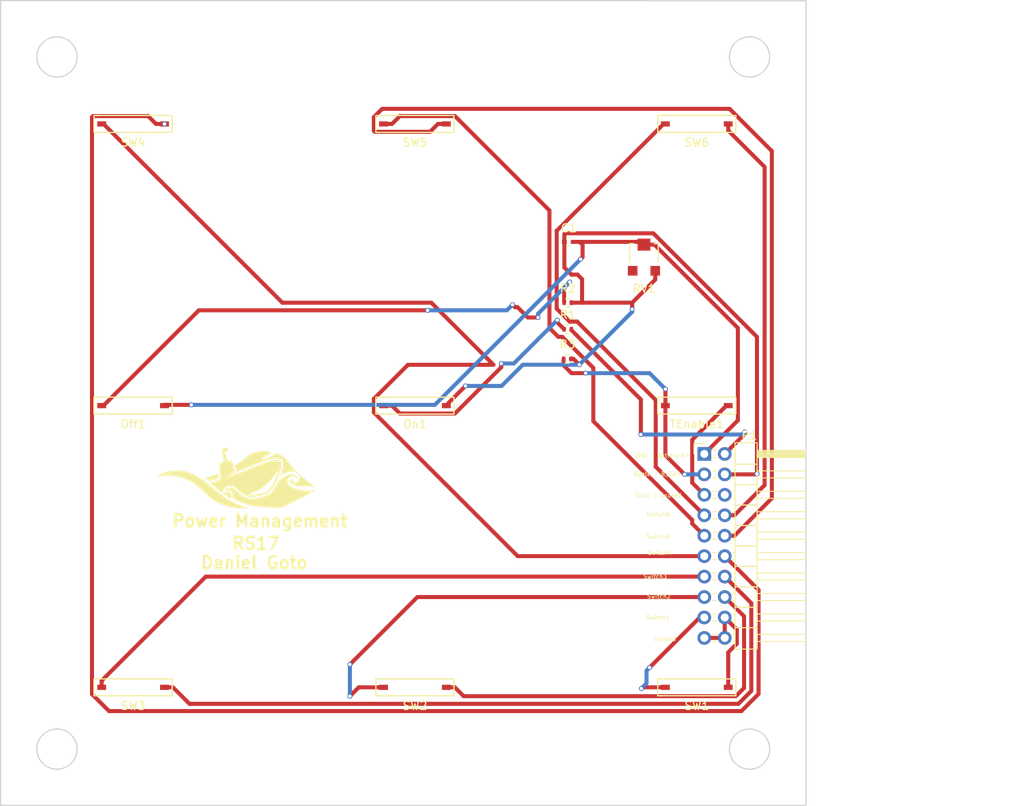
<source format=kicad_pcb>
(kicad_pcb (version 4) (host pcbnew 4.0.4-stable)

  (general
    (links 26)
    (no_connects 6)
    (area 19.924999 19.924999 149.951215 120.075001)
    (thickness 1.6)
    (drawings 23)
    (tracks 201)
    (zones 0)
    (modules 16)
    (nets 21)
  )

  (page A4)
  (layers
    (0 F.Cu signal)
    (31 B.Cu signal)
    (32 B.Adhes user)
    (33 F.Adhes user)
    (34 B.Paste user)
    (35 F.Paste user)
    (36 B.SilkS user)
    (37 F.SilkS user)
    (38 B.Mask user)
    (39 F.Mask user)
    (40 Dwgs.User user)
    (41 Cmts.User user)
    (42 Eco1.User user)
    (43 Eco2.User user)
    (44 Edge.Cuts user)
    (45 Margin user)
    (46 B.CrtYd user)
    (47 F.CrtYd user)
    (48 B.Fab user)
    (49 F.Fab user)
  )

  (setup
    (last_trace_width 0.5)
    (trace_clearance 0.4)
    (zone_clearance 0.508)
    (zone_45_only yes)
    (trace_min 0.2)
    (segment_width 0.2)
    (edge_width 0.15)
    (via_size 0.6)
    (via_drill 0.4)
    (via_min_size 0.4)
    (via_min_drill 0.3)
    (uvia_size 0.3)
    (uvia_drill 0.1)
    (uvias_allowed no)
    (uvia_min_size 0.2)
    (uvia_min_drill 0.1)
    (pcb_text_width 0.3)
    (pcb_text_size 1.5 1.5)
    (mod_edge_width 0.15)
    (mod_text_size 1 1)
    (mod_text_width 0.15)
    (pad_size 1.7 1.7)
    (pad_drill 1)
    (pad_to_mask_clearance 0.2)
    (aux_axis_origin 0 0)
    (visible_elements 7FFFFFFF)
    (pcbplotparams
      (layerselection 0x00030_80000001)
      (usegerberextensions false)
      (excludeedgelayer true)
      (linewidth 0.100000)
      (plotframeref false)
      (viasonmask false)
      (mode 1)
      (useauxorigin false)
      (hpglpennumber 1)
      (hpglpenspeed 20)
      (hpglpendiameter 15)
      (hpglpenoverlay 2)
      (psnegative false)
      (psa4output false)
      (plotreference true)
      (plotvalue true)
      (plotinvisibletext false)
      (padsonsilk false)
      (subtractmaskfromsilk false)
      (outputformat 1)
      (mirror false)
      (drillshape 1)
      (scaleselection 1)
      (outputdirectory ""))
  )

  (net 0 "")
  (net 1 GND)
  (net 2 "Net-(Off1-Pad1)")
  (net 3 "Net-(On1-Pad1)")
  (net 4 Battery+)
  (net 5 Bulkhead+)
  (net 6 ThrusterCoil)
  (net 7 BulkheadCoil)
  (net 8 "Net-(P1-Pad7)")
  (net 9 "Net-(P1-Pad8)")
  (net 10 "Net-(P1-Pad9)")
  (net 11 "Net-(P1-Pad10)")
  (net 12 "Net-(P1-Pad11)")
  (net 13 "Net-(P1-Pad12)")
  (net 14 "Net-(P1-Pad13)")
  (net 15 "Net-(P1-Pad14)")
  (net 16 "Net-(P1-Pad15)")
  (net 17 "Net-(P1-Pad16)")
  (net 18 "Net-(P1-Pad17)")
  (net 19 "Net-(RV1-Pad1)")
  (net 20 "Net-(P1-Pad6)")

  (net_class Default "This is the default net class."
    (clearance 0.4)
    (trace_width 0.5)
    (via_dia 0.6)
    (via_drill 0.4)
    (uvia_dia 0.3)
    (uvia_drill 0.1)
    (add_net Battery+)
    (add_net Bulkhead+)
    (add_net BulkheadCoil)
    (add_net GND)
    (add_net "Net-(Off1-Pad1)")
    (add_net "Net-(On1-Pad1)")
    (add_net "Net-(P1-Pad10)")
    (add_net "Net-(P1-Pad11)")
    (add_net "Net-(P1-Pad12)")
    (add_net "Net-(P1-Pad13)")
    (add_net "Net-(P1-Pad14)")
    (add_net "Net-(P1-Pad15)")
    (add_net "Net-(P1-Pad16)")
    (add_net "Net-(P1-Pad17)")
    (add_net "Net-(P1-Pad6)")
    (add_net "Net-(P1-Pad7)")
    (add_net "Net-(P1-Pad8)")
    (add_net "Net-(P1-Pad9)")
    (add_net "Net-(RV1-Pad1)")
    (add_net ThrusterCoil)
  )

  (module robosub_footprints:MK17-reed-switch (layer F.Cu) (tedit 58251451) (tstamp 58892115)
    (at 67 70)
    (path /5883CC2B)
    (fp_text reference On1 (at 4.45 2.625) (layer F.SilkS)
      (effects (font (size 1 1) (thickness 0.15)))
    )
    (fp_text value SW_PUSH (at 4.1 -2.05) (layer F.Fab)
      (effects (font (size 1 1) (thickness 0.15)))
    )
    (fp_line (start 9.3 0.2) (end 9.3 -0.725) (layer F.SilkS) (width 0.15))
    (fp_line (start 9.3 -0.725) (end 9.225 -0.725) (layer F.SilkS) (width 0.15))
    (fp_line (start 1.25 -0.725) (end 9.275 -0.725) (layer F.SilkS) (width 0.15))
    (fp_line (start 5.3 1.375) (end 9.3 1.375) (layer F.SilkS) (width 0.15))
    (fp_line (start 9.3 1.375) (end 9.3 1.075) (layer F.SilkS) (width 0.15))
    (fp_line (start 9.3 1.075) (end 9.3 0.175) (layer F.SilkS) (width 0.15))
    (fp_line (start 1.475 1.375) (end 5.3 1.375) (layer F.SilkS) (width 0.15))
    (fp_line (start 9.3 0.175) (end 9.3 0.95) (layer F.SilkS) (width 0.15))
    (fp_line (start 9.3 0.95) (end 9.3 1.2) (layer F.SilkS) (width 0.15))
    (fp_line (start -0.4 0.2) (end -0.4 1.375) (layer F.SilkS) (width 0.15))
    (fp_line (start -0.4 1.375) (end 0.025 1.375) (layer F.SilkS) (width 0.15))
    (fp_line (start 0.025 1.375) (end 1.475 1.375) (layer F.SilkS) (width 0.15))
    (fp_line (start -0.4 0.2) (end -0.4 -0.7) (layer F.SilkS) (width 0.15))
    (fp_line (start -0.4 -0.7) (end -0.4 -0.725) (layer F.SilkS) (width 0.15))
    (fp_line (start -0.4 -0.725) (end 0 -0.725) (layer F.SilkS) (width 0.15))
    (fp_line (start 0 -0.725) (end 1.275 -0.725) (layer F.SilkS) (width 0.15))
    (fp_line (start 0 1.375) (end -0.125 1.375) (layer F.SilkS) (width 0.15))
    (fp_line (start 0 -0.725) (end -0.125 -0.725) (layer F.SilkS) (width 0.15))
    (pad 1 smd rect (at 0.55 0.325) (size 1.1 0.65) (layers F.Cu F.Paste F.Mask)
      (net 3 "Net-(On1-Pad1)"))
    (pad 2 smd rect (at 8.35 0.325) (size 1.1 0.65) (layers F.Cu F.Paste F.Mask)
      (net 7 BulkheadCoil))
  )

  (module Capacitors_SMD:C_0402 (layer F.Cu) (tedit 5415D599) (tstamp 58892109)
    (at 90.551 49.9745)
    (descr "Capacitor SMD 0402, reflow soldering, AVX (see smccp.pdf)")
    (tags "capacitor 0402")
    (path /5883EBCA)
    (attr smd)
    (fp_text reference C1 (at 0 -1.7) (layer F.SilkS)
      (effects (font (size 1 1) (thickness 0.15)))
    )
    (fp_text value 10u (at 0 1.7) (layer F.Fab)
      (effects (font (size 1 1) (thickness 0.15)))
    )
    (fp_line (start -0.5 0.25) (end -0.5 -0.25) (layer F.Fab) (width 0.1))
    (fp_line (start 0.5 0.25) (end -0.5 0.25) (layer F.Fab) (width 0.1))
    (fp_line (start 0.5 -0.25) (end 0.5 0.25) (layer F.Fab) (width 0.1))
    (fp_line (start -0.5 -0.25) (end 0.5 -0.25) (layer F.Fab) (width 0.1))
    (fp_line (start -1.15 -0.6) (end 1.15 -0.6) (layer F.CrtYd) (width 0.05))
    (fp_line (start -1.15 0.6) (end 1.15 0.6) (layer F.CrtYd) (width 0.05))
    (fp_line (start -1.15 -0.6) (end -1.15 0.6) (layer F.CrtYd) (width 0.05))
    (fp_line (start 1.15 -0.6) (end 1.15 0.6) (layer F.CrtYd) (width 0.05))
    (fp_line (start 0.25 -0.475) (end -0.25 -0.475) (layer F.SilkS) (width 0.12))
    (fp_line (start -0.25 0.475) (end 0.25 0.475) (layer F.SilkS) (width 0.12))
    (pad 1 smd rect (at -0.55 0) (size 0.6 0.5) (layers F.Cu F.Paste F.Mask)
      (net 7 BulkheadCoil))
    (pad 2 smd rect (at 0.55 0) (size 0.6 0.5) (layers F.Cu F.Paste F.Mask)
      (net 1 GND))
    (model Capacitors_SMD.3dshapes/C_0402.wrl
      (at (xyz 0 0 0))
      (scale (xyz 1 1 1))
      (rotate (xyz 0 0 0))
    )
  )

  (module robosub_footprints:MK17-reed-switch (layer F.Cu) (tedit 58251451) (tstamp 5889210F)
    (at 32 70)
    (path /5883CDC4)
    (fp_text reference Off1 (at 4.45 2.625) (layer F.SilkS)
      (effects (font (size 1 1) (thickness 0.15)))
    )
    (fp_text value SW_PUSH (at 4.1 -2.05) (layer F.Fab)
      (effects (font (size 1 1) (thickness 0.15)))
    )
    (fp_line (start 9.3 0.2) (end 9.3 -0.725) (layer F.SilkS) (width 0.15))
    (fp_line (start 9.3 -0.725) (end 9.225 -0.725) (layer F.SilkS) (width 0.15))
    (fp_line (start 1.25 -0.725) (end 9.275 -0.725) (layer F.SilkS) (width 0.15))
    (fp_line (start 5.3 1.375) (end 9.3 1.375) (layer F.SilkS) (width 0.15))
    (fp_line (start 9.3 1.375) (end 9.3 1.075) (layer F.SilkS) (width 0.15))
    (fp_line (start 9.3 1.075) (end 9.3 0.175) (layer F.SilkS) (width 0.15))
    (fp_line (start 1.475 1.375) (end 5.3 1.375) (layer F.SilkS) (width 0.15))
    (fp_line (start 9.3 0.175) (end 9.3 0.95) (layer F.SilkS) (width 0.15))
    (fp_line (start 9.3 0.95) (end 9.3 1.2) (layer F.SilkS) (width 0.15))
    (fp_line (start -0.4 0.2) (end -0.4 1.375) (layer F.SilkS) (width 0.15))
    (fp_line (start -0.4 1.375) (end 0.025 1.375) (layer F.SilkS) (width 0.15))
    (fp_line (start 0.025 1.375) (end 1.475 1.375) (layer F.SilkS) (width 0.15))
    (fp_line (start -0.4 0.2) (end -0.4 -0.7) (layer F.SilkS) (width 0.15))
    (fp_line (start -0.4 -0.7) (end -0.4 -0.725) (layer F.SilkS) (width 0.15))
    (fp_line (start -0.4 -0.725) (end 0 -0.725) (layer F.SilkS) (width 0.15))
    (fp_line (start 0 -0.725) (end 1.275 -0.725) (layer F.SilkS) (width 0.15))
    (fp_line (start 0 1.375) (end -0.125 1.375) (layer F.SilkS) (width 0.15))
    (fp_line (start 0 -0.725) (end -0.125 -0.725) (layer F.SilkS) (width 0.15))
    (pad 1 smd rect (at 0.55 0.325) (size 1.1 0.65) (layers F.Cu F.Paste F.Mask)
      (net 2 "Net-(Off1-Pad1)"))
    (pad 2 smd rect (at 8.35 0.325) (size 1.1 0.65) (layers F.Cu F.Paste F.Mask)
      (net 1 GND))
  )

  (module Resistors_SMD:R_0402 (layer F.Cu) (tedit 58307A8A) (tstamp 58892132)
    (at 90.424 60.833)
    (descr "Resistor SMD 0402, reflow soldering, Vishay (see dcrcw.pdf)")
    (tags "resistor 0402")
    (path /5883CA47)
    (attr smd)
    (fp_text reference R1 (at 0 -1.8) (layer F.SilkS)
      (effects (font (size 1 1) (thickness 0.15)))
    )
    (fp_text value 20k (at 0 1.8) (layer F.Fab)
      (effects (font (size 1 1) (thickness 0.15)))
    )
    (fp_line (start -0.5 0.25) (end -0.5 -0.25) (layer F.Fab) (width 0.1))
    (fp_line (start 0.5 0.25) (end -0.5 0.25) (layer F.Fab) (width 0.1))
    (fp_line (start 0.5 -0.25) (end 0.5 0.25) (layer F.Fab) (width 0.1))
    (fp_line (start -0.5 -0.25) (end 0.5 -0.25) (layer F.Fab) (width 0.1))
    (fp_line (start -0.95 -0.65) (end 0.95 -0.65) (layer F.CrtYd) (width 0.05))
    (fp_line (start -0.95 0.65) (end 0.95 0.65) (layer F.CrtYd) (width 0.05))
    (fp_line (start -0.95 -0.65) (end -0.95 0.65) (layer F.CrtYd) (width 0.05))
    (fp_line (start 0.95 -0.65) (end 0.95 0.65) (layer F.CrtYd) (width 0.05))
    (fp_line (start 0.25 -0.525) (end -0.25 -0.525) (layer F.SilkS) (width 0.15))
    (fp_line (start -0.25 0.525) (end 0.25 0.525) (layer F.SilkS) (width 0.15))
    (pad 1 smd rect (at -0.45 0) (size 0.4 0.6) (layers F.Cu F.Paste F.Mask)
      (net 3 "Net-(On1-Pad1)"))
    (pad 2 smd rect (at 0.45 0) (size 0.4 0.6) (layers F.Cu F.Paste F.Mask)
      (net 4 Battery+))
    (model Resistors_SMD.3dshapes/R_0402.wrl
      (at (xyz 0 0 0))
      (scale (xyz 1 1 1))
      (rotate (xyz 0 0 0))
    )
  )

  (module Resistors_SMD:R_0402 (layer F.Cu) (tedit 58307A8A) (tstamp 58892138)
    (at 90.424 57.531)
    (descr "Resistor SMD 0402, reflow soldering, Vishay (see dcrcw.pdf)")
    (tags "resistor 0402")
    (path /5883CD0E)
    (attr smd)
    (fp_text reference R2 (at 0 -1.8) (layer F.SilkS)
      (effects (font (size 1 1) (thickness 0.15)))
    )
    (fp_text value 1k (at 0 1.8) (layer F.Fab)
      (effects (font (size 1 1) (thickness 0.15)))
    )
    (fp_line (start -0.5 0.25) (end -0.5 -0.25) (layer F.Fab) (width 0.1))
    (fp_line (start 0.5 0.25) (end -0.5 0.25) (layer F.Fab) (width 0.1))
    (fp_line (start 0.5 -0.25) (end 0.5 0.25) (layer F.Fab) (width 0.1))
    (fp_line (start -0.5 -0.25) (end 0.5 -0.25) (layer F.Fab) (width 0.1))
    (fp_line (start -0.95 -0.65) (end 0.95 -0.65) (layer F.CrtYd) (width 0.05))
    (fp_line (start -0.95 0.65) (end 0.95 0.65) (layer F.CrtYd) (width 0.05))
    (fp_line (start -0.95 -0.65) (end -0.95 0.65) (layer F.CrtYd) (width 0.05))
    (fp_line (start 0.95 -0.65) (end 0.95 0.65) (layer F.CrtYd) (width 0.05))
    (fp_line (start 0.25 -0.525) (end -0.25 -0.525) (layer F.SilkS) (width 0.15))
    (fp_line (start -0.25 0.525) (end 0.25 0.525) (layer F.SilkS) (width 0.15))
    (pad 1 smd rect (at -0.45 0) (size 0.4 0.6) (layers F.Cu F.Paste F.Mask)
      (net 2 "Net-(Off1-Pad1)"))
    (pad 2 smd rect (at 0.45 0) (size 0.4 0.6) (layers F.Cu F.Paste F.Mask)
      (net 7 BulkheadCoil))
    (model Resistors_SMD.3dshapes/R_0402.wrl
      (at (xyz 0 0 0))
      (scale (xyz 1 1 1))
      (rotate (xyz 0 0 0))
    )
  )

  (module Resistors_SMD:R_0402 (layer F.Cu) (tedit 58307A8A) (tstamp 5889213E)
    (at 90.3605 64.516)
    (descr "Resistor SMD 0402, reflow soldering, Vishay (see dcrcw.pdf)")
    (tags "resistor 0402")
    (path /5883D2D7)
    (attr smd)
    (fp_text reference R3 (at 0 -1.8) (layer F.SilkS)
      (effects (font (size 1 1) (thickness 0.15)))
    )
    (fp_text value 15k (at 0 1.8) (layer F.Fab)
      (effects (font (size 1 1) (thickness 0.15)))
    )
    (fp_line (start -0.5 0.25) (end -0.5 -0.25) (layer F.Fab) (width 0.1))
    (fp_line (start 0.5 0.25) (end -0.5 0.25) (layer F.Fab) (width 0.1))
    (fp_line (start 0.5 -0.25) (end 0.5 0.25) (layer F.Fab) (width 0.1))
    (fp_line (start -0.5 -0.25) (end 0.5 -0.25) (layer F.Fab) (width 0.1))
    (fp_line (start -0.95 -0.65) (end 0.95 -0.65) (layer F.CrtYd) (width 0.05))
    (fp_line (start -0.95 0.65) (end 0.95 0.65) (layer F.CrtYd) (width 0.05))
    (fp_line (start -0.95 -0.65) (end -0.95 0.65) (layer F.CrtYd) (width 0.05))
    (fp_line (start 0.95 -0.65) (end 0.95 0.65) (layer F.CrtYd) (width 0.05))
    (fp_line (start 0.25 -0.525) (end -0.25 -0.525) (layer F.SilkS) (width 0.15))
    (fp_line (start -0.25 0.525) (end 0.25 0.525) (layer F.SilkS) (width 0.15))
    (pad 1 smd rect (at -0.45 0) (size 0.4 0.6) (layers F.Cu F.Paste F.Mask)
      (net 5 Bulkhead+))
    (pad 2 smd rect (at 0.45 0) (size 0.4 0.6) (layers F.Cu F.Paste F.Mask)
      (net 7 BulkheadCoil))
    (model Resistors_SMD.3dshapes/R_0402.wrl
      (at (xyz 0 0 0))
      (scale (xyz 1 1 1))
      (rotate (xyz 0 0 0))
    )
  )

  (module Potentiometers:Potentiometer_Trimmer-EVM3E (layer F.Cu) (tedit 580B90AB) (tstamp 58892145)
    (at 99.8855 51.943)
    (descr http://www.comkey.in/sites/default/files/attachments/EVM3ESX50B15.pdf)
    (tags "trimmer smd")
    (path /5883E479)
    (attr smd)
    (fp_text reference RV1 (at 0 3.835) (layer F.SilkS)
      (effects (font (size 1 1) (thickness 0.15)))
    )
    (fp_text value POT (at 0 -3.785) (layer F.Fab)
      (effects (font (size 1 1) (thickness 0.15)))
    )
    (fp_line (start 1.778 -1.753) (end 1.778 0.533) (layer F.SilkS) (width 0.15))
    (fp_line (start 1.27 -1.753) (end 1.778 -1.753) (layer F.SilkS) (width 0.15))
    (fp_line (start -1.778 -1.753) (end -1.27 -1.753) (layer F.SilkS) (width 0.15))
    (fp_line (start -1.778 0.533) (end -1.778 -1.753) (layer F.SilkS) (width 0.15))
    (fp_line (start 2.2 2.45) (end -2.2 2.45) (layer F.CrtYd) (width 0.05))
    (fp_line (start 2.2 -2.6) (end 2.2 2.45) (layer F.CrtYd) (width 0.05))
    (fp_line (start -2.2 -2.6) (end 2.2 -2.6) (layer F.CrtYd) (width 0.05))
    (fp_line (start -2.2 2.45) (end -2.2 -2.6) (layer F.CrtYd) (width 0.05))
    (fp_line (start 0.9 1.375) (end 0.9 1.725) (layer F.Fab) (width 0.05))
    (fp_line (start 1.55 1.375) (end 0.9 1.375) (layer F.Fab) (width 0.05))
    (fp_line (start -0.9 1.325) (end -0.9 1.725) (layer F.Fab) (width 0.05))
    (fp_line (start -1.55 1.325) (end -0.9 1.325) (layer F.Fab) (width 0.05))
    (fp_line (start -0.25 -0.225) (end -0.25 -0.975) (layer F.Fab) (width 0.05))
    (fp_line (start -1 -0.225) (end -0.25 -0.225) (layer F.Fab) (width 0.05))
    (fp_line (start -1 0.275) (end -1 -0.225) (layer F.Fab) (width 0.05))
    (fp_line (start -0.25 0.275) (end -1 0.275) (layer F.Fab) (width 0.05))
    (fp_line (start -0.25 1.025) (end -0.25 0.275) (layer F.Fab) (width 0.05))
    (fp_line (start 0.25 1.025) (end -0.25 1.025) (layer F.Fab) (width 0.05))
    (fp_line (start 0.25 0.275) (end 0.25 1.025) (layer F.Fab) (width 0.05))
    (fp_line (start 1 0.275) (end 0.25 0.275) (layer F.Fab) (width 0.05))
    (fp_line (start 1 -0.225) (end 1 0.275) (layer F.Fab) (width 0.05))
    (fp_line (start 0.25 -0.225) (end 1 -0.225) (layer F.Fab) (width 0.05))
    (fp_line (start 0.25 -0.975) (end 0.25 -0.225) (layer F.Fab) (width 0.05))
    (fp_line (start -0.25 -0.975) (end 0.25 -0.975) (layer F.Fab) (width 0.05))
    (fp_line (start -1.55 1.725) (end -1.55 -1.525) (layer F.Fab) (width 0.05))
    (fp_line (start 1.55 1.725) (end -1.55 1.725) (layer F.Fab) (width 0.05))
    (fp_line (start 1.55 -1.525) (end 1.55 1.725) (layer F.Fab) (width 0.05))
    (fp_line (start -1.55 -1.525) (end 1.55 -1.525) (layer F.Fab) (width 0.05))
    (fp_circle (center 0 0.025) (end 0 -0.225) (layer F.Fab) (width 0.05))
    (fp_circle (center 0 0.025) (end 0 -1.175) (layer F.Fab) (width 0.05))
    (fp_circle (center 0 0.025) (end 0 -1.525) (layer F.Fab) (width 0.05))
    (pad 1 smd rect (at -1.4 1.625) (size 1.2 1.2) (layers F.Cu F.Paste F.Mask)
      (net 19 "Net-(RV1-Pad1)"))
    (pad 3 smd rect (at 1.4 1.625) (size 1.2 1.2) (layers F.Cu F.Paste F.Mask)
      (net 7 BulkheadCoil))
    (pad 2 smd rect (at 0 -1.625) (size 1.6 1.5) (layers F.Cu F.Paste F.Mask)
      (net 1 GND))
  )

  (module robosub_footprints:MK17-reed-switch (layer F.Cu) (tedit 58251451) (tstamp 5889214B)
    (at 102 105)
    (path /588444A9)
    (fp_text reference SW1 (at 4.45 2.625) (layer F.SilkS)
      (effects (font (size 1 1) (thickness 0.15)))
    )
    (fp_text value SW_PUSH (at 4.1 -2.05) (layer F.Fab)
      (effects (font (size 1 1) (thickness 0.15)))
    )
    (fp_line (start 9.3 0.2) (end 9.3 -0.725) (layer F.SilkS) (width 0.15))
    (fp_line (start 9.3 -0.725) (end 9.225 -0.725) (layer F.SilkS) (width 0.15))
    (fp_line (start 1.25 -0.725) (end 9.275 -0.725) (layer F.SilkS) (width 0.15))
    (fp_line (start 5.3 1.375) (end 9.3 1.375) (layer F.SilkS) (width 0.15))
    (fp_line (start 9.3 1.375) (end 9.3 1.075) (layer F.SilkS) (width 0.15))
    (fp_line (start 9.3 1.075) (end 9.3 0.175) (layer F.SilkS) (width 0.15))
    (fp_line (start 1.475 1.375) (end 5.3 1.375) (layer F.SilkS) (width 0.15))
    (fp_line (start 9.3 0.175) (end 9.3 0.95) (layer F.SilkS) (width 0.15))
    (fp_line (start 9.3 0.95) (end 9.3 1.2) (layer F.SilkS) (width 0.15))
    (fp_line (start -0.4 0.2) (end -0.4 1.375) (layer F.SilkS) (width 0.15))
    (fp_line (start -0.4 1.375) (end 0.025 1.375) (layer F.SilkS) (width 0.15))
    (fp_line (start 0.025 1.375) (end 1.475 1.375) (layer F.SilkS) (width 0.15))
    (fp_line (start -0.4 0.2) (end -0.4 -0.7) (layer F.SilkS) (width 0.15))
    (fp_line (start -0.4 -0.7) (end -0.4 -0.725) (layer F.SilkS) (width 0.15))
    (fp_line (start -0.4 -0.725) (end 0 -0.725) (layer F.SilkS) (width 0.15))
    (fp_line (start 0 -0.725) (end 1.275 -0.725) (layer F.SilkS) (width 0.15))
    (fp_line (start 0 1.375) (end -0.125 1.375) (layer F.SilkS) (width 0.15))
    (fp_line (start 0 -0.725) (end -0.125 -0.725) (layer F.SilkS) (width 0.15))
    (pad 1 smd rect (at 0.55 0.325) (size 1.1 0.65) (layers F.Cu F.Paste F.Mask)
      (net 18 "Net-(P1-Pad17)"))
    (pad 2 smd rect (at 8.35 0.325) (size 1.1 0.65) (layers F.Cu F.Paste F.Mask)
      (net 17 "Net-(P1-Pad16)"))
  )

  (module robosub_footprints:MK17-reed-switch (layer F.Cu) (tedit 58251451) (tstamp 58892151)
    (at 67 105)
    (path /58844961)
    (fp_text reference SW2 (at 4.45 2.625) (layer F.SilkS)
      (effects (font (size 1 1) (thickness 0.15)))
    )
    (fp_text value SW_PUSH (at 4.1 -2.05) (layer F.Fab)
      (effects (font (size 1 1) (thickness 0.15)))
    )
    (fp_line (start 9.3 0.2) (end 9.3 -0.725) (layer F.SilkS) (width 0.15))
    (fp_line (start 9.3 -0.725) (end 9.225 -0.725) (layer F.SilkS) (width 0.15))
    (fp_line (start 1.25 -0.725) (end 9.275 -0.725) (layer F.SilkS) (width 0.15))
    (fp_line (start 5.3 1.375) (end 9.3 1.375) (layer F.SilkS) (width 0.15))
    (fp_line (start 9.3 1.375) (end 9.3 1.075) (layer F.SilkS) (width 0.15))
    (fp_line (start 9.3 1.075) (end 9.3 0.175) (layer F.SilkS) (width 0.15))
    (fp_line (start 1.475 1.375) (end 5.3 1.375) (layer F.SilkS) (width 0.15))
    (fp_line (start 9.3 0.175) (end 9.3 0.95) (layer F.SilkS) (width 0.15))
    (fp_line (start 9.3 0.95) (end 9.3 1.2) (layer F.SilkS) (width 0.15))
    (fp_line (start -0.4 0.2) (end -0.4 1.375) (layer F.SilkS) (width 0.15))
    (fp_line (start -0.4 1.375) (end 0.025 1.375) (layer F.SilkS) (width 0.15))
    (fp_line (start 0.025 1.375) (end 1.475 1.375) (layer F.SilkS) (width 0.15))
    (fp_line (start -0.4 0.2) (end -0.4 -0.7) (layer F.SilkS) (width 0.15))
    (fp_line (start -0.4 -0.7) (end -0.4 -0.725) (layer F.SilkS) (width 0.15))
    (fp_line (start -0.4 -0.725) (end 0 -0.725) (layer F.SilkS) (width 0.15))
    (fp_line (start 0 -0.725) (end 1.275 -0.725) (layer F.SilkS) (width 0.15))
    (fp_line (start 0 1.375) (end -0.125 1.375) (layer F.SilkS) (width 0.15))
    (fp_line (start 0 -0.725) (end -0.125 -0.725) (layer F.SilkS) (width 0.15))
    (pad 1 smd rect (at 0.55 0.325) (size 1.1 0.65) (layers F.Cu F.Paste F.Mask)
      (net 16 "Net-(P1-Pad15)"))
    (pad 2 smd rect (at 8.35 0.325) (size 1.1 0.65) (layers F.Cu F.Paste F.Mask)
      (net 15 "Net-(P1-Pad14)"))
  )

  (module robosub_footprints:MK17-reed-switch (layer F.Cu) (tedit 58251451) (tstamp 58892157)
    (at 32 105)
    (path /5884499C)
    (fp_text reference SW3 (at 4.45 2.625) (layer F.SilkS)
      (effects (font (size 1 1) (thickness 0.15)))
    )
    (fp_text value SW_PUSH (at 4.1 -2.05) (layer F.Fab)
      (effects (font (size 1 1) (thickness 0.15)))
    )
    (fp_line (start 9.3 0.2) (end 9.3 -0.725) (layer F.SilkS) (width 0.15))
    (fp_line (start 9.3 -0.725) (end 9.225 -0.725) (layer F.SilkS) (width 0.15))
    (fp_line (start 1.25 -0.725) (end 9.275 -0.725) (layer F.SilkS) (width 0.15))
    (fp_line (start 5.3 1.375) (end 9.3 1.375) (layer F.SilkS) (width 0.15))
    (fp_line (start 9.3 1.375) (end 9.3 1.075) (layer F.SilkS) (width 0.15))
    (fp_line (start 9.3 1.075) (end 9.3 0.175) (layer F.SilkS) (width 0.15))
    (fp_line (start 1.475 1.375) (end 5.3 1.375) (layer F.SilkS) (width 0.15))
    (fp_line (start 9.3 0.175) (end 9.3 0.95) (layer F.SilkS) (width 0.15))
    (fp_line (start 9.3 0.95) (end 9.3 1.2) (layer F.SilkS) (width 0.15))
    (fp_line (start -0.4 0.2) (end -0.4 1.375) (layer F.SilkS) (width 0.15))
    (fp_line (start -0.4 1.375) (end 0.025 1.375) (layer F.SilkS) (width 0.15))
    (fp_line (start 0.025 1.375) (end 1.475 1.375) (layer F.SilkS) (width 0.15))
    (fp_line (start -0.4 0.2) (end -0.4 -0.7) (layer F.SilkS) (width 0.15))
    (fp_line (start -0.4 -0.7) (end -0.4 -0.725) (layer F.SilkS) (width 0.15))
    (fp_line (start -0.4 -0.725) (end 0 -0.725) (layer F.SilkS) (width 0.15))
    (fp_line (start 0 -0.725) (end 1.275 -0.725) (layer F.SilkS) (width 0.15))
    (fp_line (start 0 1.375) (end -0.125 1.375) (layer F.SilkS) (width 0.15))
    (fp_line (start 0 -0.725) (end -0.125 -0.725) (layer F.SilkS) (width 0.15))
    (pad 1 smd rect (at 0.55 0.325) (size 1.1 0.65) (layers F.Cu F.Paste F.Mask)
      (net 14 "Net-(P1-Pad13)"))
    (pad 2 smd rect (at 8.35 0.325) (size 1.1 0.65) (layers F.Cu F.Paste F.Mask)
      (net 13 "Net-(P1-Pad12)"))
  )

  (module robosub_footprints:MK17-reed-switch (layer F.Cu) (tedit 58251451) (tstamp 5889215D)
    (at 32 35)
    (path /588449D1)
    (fp_text reference SW4 (at 4.45 2.625) (layer F.SilkS)
      (effects (font (size 1 1) (thickness 0.15)))
    )
    (fp_text value SW_PUSH (at 4.1 -2.05) (layer F.Fab)
      (effects (font (size 1 1) (thickness 0.15)))
    )
    (fp_line (start 9.3 0.2) (end 9.3 -0.725) (layer F.SilkS) (width 0.15))
    (fp_line (start 9.3 -0.725) (end 9.225 -0.725) (layer F.SilkS) (width 0.15))
    (fp_line (start 1.25 -0.725) (end 9.275 -0.725) (layer F.SilkS) (width 0.15))
    (fp_line (start 5.3 1.375) (end 9.3 1.375) (layer F.SilkS) (width 0.15))
    (fp_line (start 9.3 1.375) (end 9.3 1.075) (layer F.SilkS) (width 0.15))
    (fp_line (start 9.3 1.075) (end 9.3 0.175) (layer F.SilkS) (width 0.15))
    (fp_line (start 1.475 1.375) (end 5.3 1.375) (layer F.SilkS) (width 0.15))
    (fp_line (start 9.3 0.175) (end 9.3 0.95) (layer F.SilkS) (width 0.15))
    (fp_line (start 9.3 0.95) (end 9.3 1.2) (layer F.SilkS) (width 0.15))
    (fp_line (start -0.4 0.2) (end -0.4 1.375) (layer F.SilkS) (width 0.15))
    (fp_line (start -0.4 1.375) (end 0.025 1.375) (layer F.SilkS) (width 0.15))
    (fp_line (start 0.025 1.375) (end 1.475 1.375) (layer F.SilkS) (width 0.15))
    (fp_line (start -0.4 0.2) (end -0.4 -0.7) (layer F.SilkS) (width 0.15))
    (fp_line (start -0.4 -0.7) (end -0.4 -0.725) (layer F.SilkS) (width 0.15))
    (fp_line (start -0.4 -0.725) (end 0 -0.725) (layer F.SilkS) (width 0.15))
    (fp_line (start 0 -0.725) (end 1.275 -0.725) (layer F.SilkS) (width 0.15))
    (fp_line (start 0 1.375) (end -0.125 1.375) (layer F.SilkS) (width 0.15))
    (fp_line (start 0 -0.725) (end -0.125 -0.725) (layer F.SilkS) (width 0.15))
    (pad 1 smd rect (at 0.55 0.325) (size 1.1 0.65) (layers F.Cu F.Paste F.Mask)
      (net 12 "Net-(P1-Pad11)"))
    (pad 2 smd rect (at 8.35 0.325) (size 1.1 0.65) (layers F.Cu F.Paste F.Mask)
      (net 11 "Net-(P1-Pad10)"))
  )

  (module robosub_footprints:MK17-reed-switch (layer F.Cu) (tedit 58251451) (tstamp 58892163)
    (at 67 35)
    (path /58844A2A)
    (fp_text reference SW5 (at 4.45 2.625) (layer F.SilkS)
      (effects (font (size 1 1) (thickness 0.15)))
    )
    (fp_text value SW_PUSH (at 4.1 -2.05) (layer F.Fab)
      (effects (font (size 1 1) (thickness 0.15)))
    )
    (fp_line (start 9.3 0.2) (end 9.3 -0.725) (layer F.SilkS) (width 0.15))
    (fp_line (start 9.3 -0.725) (end 9.225 -0.725) (layer F.SilkS) (width 0.15))
    (fp_line (start 1.25 -0.725) (end 9.275 -0.725) (layer F.SilkS) (width 0.15))
    (fp_line (start 5.3 1.375) (end 9.3 1.375) (layer F.SilkS) (width 0.15))
    (fp_line (start 9.3 1.375) (end 9.3 1.075) (layer F.SilkS) (width 0.15))
    (fp_line (start 9.3 1.075) (end 9.3 0.175) (layer F.SilkS) (width 0.15))
    (fp_line (start 1.475 1.375) (end 5.3 1.375) (layer F.SilkS) (width 0.15))
    (fp_line (start 9.3 0.175) (end 9.3 0.95) (layer F.SilkS) (width 0.15))
    (fp_line (start 9.3 0.95) (end 9.3 1.2) (layer F.SilkS) (width 0.15))
    (fp_line (start -0.4 0.2) (end -0.4 1.375) (layer F.SilkS) (width 0.15))
    (fp_line (start -0.4 1.375) (end 0.025 1.375) (layer F.SilkS) (width 0.15))
    (fp_line (start 0.025 1.375) (end 1.475 1.375) (layer F.SilkS) (width 0.15))
    (fp_line (start -0.4 0.2) (end -0.4 -0.7) (layer F.SilkS) (width 0.15))
    (fp_line (start -0.4 -0.7) (end -0.4 -0.725) (layer F.SilkS) (width 0.15))
    (fp_line (start -0.4 -0.725) (end 0 -0.725) (layer F.SilkS) (width 0.15))
    (fp_line (start 0 -0.725) (end 1.275 -0.725) (layer F.SilkS) (width 0.15))
    (fp_line (start 0 1.375) (end -0.125 1.375) (layer F.SilkS) (width 0.15))
    (fp_line (start 0 -0.725) (end -0.125 -0.725) (layer F.SilkS) (width 0.15))
    (pad 1 smd rect (at 0.55 0.325) (size 1.1 0.65) (layers F.Cu F.Paste F.Mask)
      (net 10 "Net-(P1-Pad9)"))
    (pad 2 smd rect (at 8.35 0.325) (size 1.1 0.65) (layers F.Cu F.Paste F.Mask)
      (net 9 "Net-(P1-Pad8)"))
  )

  (module robosub_footprints:MK17-reed-switch (layer F.Cu) (tedit 58251451) (tstamp 58892169)
    (at 102 35)
    (path /58844AC8)
    (fp_text reference SW6 (at 4.45 2.625) (layer F.SilkS)
      (effects (font (size 1 1) (thickness 0.15)))
    )
    (fp_text value SW_PUSH (at 4.1 -2.05) (layer F.Fab)
      (effects (font (size 1 1) (thickness 0.15)))
    )
    (fp_line (start 9.3 0.2) (end 9.3 -0.725) (layer F.SilkS) (width 0.15))
    (fp_line (start 9.3 -0.725) (end 9.225 -0.725) (layer F.SilkS) (width 0.15))
    (fp_line (start 1.25 -0.725) (end 9.275 -0.725) (layer F.SilkS) (width 0.15))
    (fp_line (start 5.3 1.375) (end 9.3 1.375) (layer F.SilkS) (width 0.15))
    (fp_line (start 9.3 1.375) (end 9.3 1.075) (layer F.SilkS) (width 0.15))
    (fp_line (start 9.3 1.075) (end 9.3 0.175) (layer F.SilkS) (width 0.15))
    (fp_line (start 1.475 1.375) (end 5.3 1.375) (layer F.SilkS) (width 0.15))
    (fp_line (start 9.3 0.175) (end 9.3 0.95) (layer F.SilkS) (width 0.15))
    (fp_line (start 9.3 0.95) (end 9.3 1.2) (layer F.SilkS) (width 0.15))
    (fp_line (start -0.4 0.2) (end -0.4 1.375) (layer F.SilkS) (width 0.15))
    (fp_line (start -0.4 1.375) (end 0.025 1.375) (layer F.SilkS) (width 0.15))
    (fp_line (start 0.025 1.375) (end 1.475 1.375) (layer F.SilkS) (width 0.15))
    (fp_line (start -0.4 0.2) (end -0.4 -0.7) (layer F.SilkS) (width 0.15))
    (fp_line (start -0.4 -0.7) (end -0.4 -0.725) (layer F.SilkS) (width 0.15))
    (fp_line (start -0.4 -0.725) (end 0 -0.725) (layer F.SilkS) (width 0.15))
    (fp_line (start 0 -0.725) (end 1.275 -0.725) (layer F.SilkS) (width 0.15))
    (fp_line (start 0 1.375) (end -0.125 1.375) (layer F.SilkS) (width 0.15))
    (fp_line (start 0 -0.725) (end -0.125 -0.725) (layer F.SilkS) (width 0.15))
    (pad 1 smd rect (at 0.55 0.325) (size 1.1 0.65) (layers F.Cu F.Paste F.Mask)
      (net 8 "Net-(P1-Pad7)"))
    (pad 2 smd rect (at 8.35 0.325) (size 1.1 0.65) (layers F.Cu F.Paste F.Mask)
      (net 20 "Net-(P1-Pad6)"))
  )

  (module robosub_footprints:MK17-reed-switch (layer F.Cu) (tedit 58251451) (tstamp 5889216F)
    (at 102 70)
    (path /5883D1E6)
    (fp_text reference TEnable1 (at 4.45 2.625) (layer F.SilkS)
      (effects (font (size 1 1) (thickness 0.15)))
    )
    (fp_text value SW_PUSH (at 4.1 -2.05) (layer F.Fab)
      (effects (font (size 1 1) (thickness 0.15)))
    )
    (fp_line (start 9.3 0.2) (end 9.3 -0.725) (layer F.SilkS) (width 0.15))
    (fp_line (start 9.3 -0.725) (end 9.225 -0.725) (layer F.SilkS) (width 0.15))
    (fp_line (start 1.25 -0.725) (end 9.275 -0.725) (layer F.SilkS) (width 0.15))
    (fp_line (start 5.3 1.375) (end 9.3 1.375) (layer F.SilkS) (width 0.15))
    (fp_line (start 9.3 1.375) (end 9.3 1.075) (layer F.SilkS) (width 0.15))
    (fp_line (start 9.3 1.075) (end 9.3 0.175) (layer F.SilkS) (width 0.15))
    (fp_line (start 1.475 1.375) (end 5.3 1.375) (layer F.SilkS) (width 0.15))
    (fp_line (start 9.3 0.175) (end 9.3 0.95) (layer F.SilkS) (width 0.15))
    (fp_line (start 9.3 0.95) (end 9.3 1.2) (layer F.SilkS) (width 0.15))
    (fp_line (start -0.4 0.2) (end -0.4 1.375) (layer F.SilkS) (width 0.15))
    (fp_line (start -0.4 1.375) (end 0.025 1.375) (layer F.SilkS) (width 0.15))
    (fp_line (start 0.025 1.375) (end 1.475 1.375) (layer F.SilkS) (width 0.15))
    (fp_line (start -0.4 0.2) (end -0.4 -0.7) (layer F.SilkS) (width 0.15))
    (fp_line (start -0.4 -0.7) (end -0.4 -0.725) (layer F.SilkS) (width 0.15))
    (fp_line (start -0.4 -0.725) (end 0 -0.725) (layer F.SilkS) (width 0.15))
    (fp_line (start 0 -0.725) (end 1.275 -0.725) (layer F.SilkS) (width 0.15))
    (fp_line (start 0 1.375) (end -0.125 1.375) (layer F.SilkS) (width 0.15))
    (fp_line (start 0 -0.725) (end -0.125 -0.725) (layer F.SilkS) (width 0.15))
    (pad 1 smd rect (at 0.55 0.325) (size 1.1 0.65) (layers F.Cu F.Paste F.Mask)
      (net 5 Bulkhead+))
    (pad 2 smd rect (at 8.35 0.325) (size 1.1 0.65) (layers F.Cu F.Paste F.Mask)
      (net 6 ThrusterCoil))
  )

  (module Pin_Headers:Pin_Header_Angled_2x10_Pitch2.54mm (layer F.Cu) (tedit 588ADFE4) (tstamp 5889212C)
    (at 107.3785 76.327)
    (descr "Through hole angled pin header, 2x10, 2.54mm pitch, 6mm pin length, double rows")
    (tags "Through hole angled pin header THT 2x10 2.54mm double row")
    (path /5889439D)
    (fp_text reference P1 (at 5.585 -2.27) (layer F.SilkS)
      (effects (font (size 1 1) (thickness 0.15)))
    )
    (fp_text value CONN_01X17 (at 5.585 25.13) (layer F.Fab)
      (effects (font (size 1 1) (thickness 0.15)))
    )
    (fp_line (start 3.94 -1.27) (end 3.94 1.27) (layer F.Fab) (width 0.1))
    (fp_line (start 3.94 1.27) (end 6.44 1.27) (layer F.Fab) (width 0.1))
    (fp_line (start 6.44 1.27) (end 6.44 -1.27) (layer F.Fab) (width 0.1))
    (fp_line (start 6.44 -1.27) (end 3.94 -1.27) (layer F.Fab) (width 0.1))
    (fp_line (start 0 -0.32) (end 0 0.32) (layer F.Fab) (width 0.1))
    (fp_line (start 0 0.32) (end 12.44 0.32) (layer F.Fab) (width 0.1))
    (fp_line (start 12.44 0.32) (end 12.44 -0.32) (layer F.Fab) (width 0.1))
    (fp_line (start 12.44 -0.32) (end 0 -0.32) (layer F.Fab) (width 0.1))
    (fp_line (start 3.94 1.27) (end 3.94 3.81) (layer F.Fab) (width 0.1))
    (fp_line (start 3.94 3.81) (end 6.44 3.81) (layer F.Fab) (width 0.1))
    (fp_line (start 6.44 3.81) (end 6.44 1.27) (layer F.Fab) (width 0.1))
    (fp_line (start 6.44 1.27) (end 3.94 1.27) (layer F.Fab) (width 0.1))
    (fp_line (start 0 2.22) (end 0 2.86) (layer F.Fab) (width 0.1))
    (fp_line (start 0 2.86) (end 12.44 2.86) (layer F.Fab) (width 0.1))
    (fp_line (start 12.44 2.86) (end 12.44 2.22) (layer F.Fab) (width 0.1))
    (fp_line (start 12.44 2.22) (end 0 2.22) (layer F.Fab) (width 0.1))
    (fp_line (start 3.94 3.81) (end 3.94 6.35) (layer F.Fab) (width 0.1))
    (fp_line (start 3.94 6.35) (end 6.44 6.35) (layer F.Fab) (width 0.1))
    (fp_line (start 6.44 6.35) (end 6.44 3.81) (layer F.Fab) (width 0.1))
    (fp_line (start 6.44 3.81) (end 3.94 3.81) (layer F.Fab) (width 0.1))
    (fp_line (start 0 4.76) (end 0 5.4) (layer F.Fab) (width 0.1))
    (fp_line (start 0 5.4) (end 12.44 5.4) (layer F.Fab) (width 0.1))
    (fp_line (start 12.44 5.4) (end 12.44 4.76) (layer F.Fab) (width 0.1))
    (fp_line (start 12.44 4.76) (end 0 4.76) (layer F.Fab) (width 0.1))
    (fp_line (start 3.94 6.35) (end 3.94 8.89) (layer F.Fab) (width 0.1))
    (fp_line (start 3.94 8.89) (end 6.44 8.89) (layer F.Fab) (width 0.1))
    (fp_line (start 6.44 8.89) (end 6.44 6.35) (layer F.Fab) (width 0.1))
    (fp_line (start 6.44 6.35) (end 3.94 6.35) (layer F.Fab) (width 0.1))
    (fp_line (start 0 7.3) (end 0 7.94) (layer F.Fab) (width 0.1))
    (fp_line (start 0 7.94) (end 12.44 7.94) (layer F.Fab) (width 0.1))
    (fp_line (start 12.44 7.94) (end 12.44 7.3) (layer F.Fab) (width 0.1))
    (fp_line (start 12.44 7.3) (end 0 7.3) (layer F.Fab) (width 0.1))
    (fp_line (start 3.94 8.89) (end 3.94 11.43) (layer F.Fab) (width 0.1))
    (fp_line (start 3.94 11.43) (end 6.44 11.43) (layer F.Fab) (width 0.1))
    (fp_line (start 6.44 11.43) (end 6.44 8.89) (layer F.Fab) (width 0.1))
    (fp_line (start 6.44 8.89) (end 3.94 8.89) (layer F.Fab) (width 0.1))
    (fp_line (start 0 9.84) (end 0 10.48) (layer F.Fab) (width 0.1))
    (fp_line (start 0 10.48) (end 12.44 10.48) (layer F.Fab) (width 0.1))
    (fp_line (start 12.44 10.48) (end 12.44 9.84) (layer F.Fab) (width 0.1))
    (fp_line (start 12.44 9.84) (end 0 9.84) (layer F.Fab) (width 0.1))
    (fp_line (start 3.94 11.43) (end 3.94 13.97) (layer F.Fab) (width 0.1))
    (fp_line (start 3.94 13.97) (end 6.44 13.97) (layer F.Fab) (width 0.1))
    (fp_line (start 6.44 13.97) (end 6.44 11.43) (layer F.Fab) (width 0.1))
    (fp_line (start 6.44 11.43) (end 3.94 11.43) (layer F.Fab) (width 0.1))
    (fp_line (start 0 12.38) (end 0 13.02) (layer F.Fab) (width 0.1))
    (fp_line (start 0 13.02) (end 12.44 13.02) (layer F.Fab) (width 0.1))
    (fp_line (start 12.44 13.02) (end 12.44 12.38) (layer F.Fab) (width 0.1))
    (fp_line (start 12.44 12.38) (end 0 12.38) (layer F.Fab) (width 0.1))
    (fp_line (start 3.94 13.97) (end 3.94 16.51) (layer F.Fab) (width 0.1))
    (fp_line (start 3.94 16.51) (end 6.44 16.51) (layer F.Fab) (width 0.1))
    (fp_line (start 6.44 16.51) (end 6.44 13.97) (layer F.Fab) (width 0.1))
    (fp_line (start 6.44 13.97) (end 3.94 13.97) (layer F.Fab) (width 0.1))
    (fp_line (start 0 14.92) (end 0 15.56) (layer F.Fab) (width 0.1))
    (fp_line (start 0 15.56) (end 12.44 15.56) (layer F.Fab) (width 0.1))
    (fp_line (start 12.44 15.56) (end 12.44 14.92) (layer F.Fab) (width 0.1))
    (fp_line (start 12.44 14.92) (end 0 14.92) (layer F.Fab) (width 0.1))
    (fp_line (start 3.94 16.51) (end 3.94 19.05) (layer F.Fab) (width 0.1))
    (fp_line (start 3.94 19.05) (end 6.44 19.05) (layer F.Fab) (width 0.1))
    (fp_line (start 6.44 19.05) (end 6.44 16.51) (layer F.Fab) (width 0.1))
    (fp_line (start 6.44 16.51) (end 3.94 16.51) (layer F.Fab) (width 0.1))
    (fp_line (start 0 17.46) (end 0 18.1) (layer F.Fab) (width 0.1))
    (fp_line (start 0 18.1) (end 12.44 18.1) (layer F.Fab) (width 0.1))
    (fp_line (start 12.44 18.1) (end 12.44 17.46) (layer F.Fab) (width 0.1))
    (fp_line (start 12.44 17.46) (end 0 17.46) (layer F.Fab) (width 0.1))
    (fp_line (start 3.94 19.05) (end 3.94 21.59) (layer F.Fab) (width 0.1))
    (fp_line (start 3.94 21.59) (end 6.44 21.59) (layer F.Fab) (width 0.1))
    (fp_line (start 6.44 21.59) (end 6.44 19.05) (layer F.Fab) (width 0.1))
    (fp_line (start 6.44 19.05) (end 3.94 19.05) (layer F.Fab) (width 0.1))
    (fp_line (start 0 20) (end 0 20.64) (layer F.Fab) (width 0.1))
    (fp_line (start 0 20.64) (end 12.44 20.64) (layer F.Fab) (width 0.1))
    (fp_line (start 12.44 20.64) (end 12.44 20) (layer F.Fab) (width 0.1))
    (fp_line (start 12.44 20) (end 0 20) (layer F.Fab) (width 0.1))
    (fp_line (start 3.94 21.59) (end 3.94 24.13) (layer F.Fab) (width 0.1))
    (fp_line (start 3.94 24.13) (end 6.44 24.13) (layer F.Fab) (width 0.1))
    (fp_line (start 6.44 24.13) (end 6.44 21.59) (layer F.Fab) (width 0.1))
    (fp_line (start 6.44 21.59) (end 3.94 21.59) (layer F.Fab) (width 0.1))
    (fp_line (start 0 22.54) (end 0 23.18) (layer F.Fab) (width 0.1))
    (fp_line (start 0 23.18) (end 12.44 23.18) (layer F.Fab) (width 0.1))
    (fp_line (start 12.44 23.18) (end 12.44 22.54) (layer F.Fab) (width 0.1))
    (fp_line (start 12.44 22.54) (end 0 22.54) (layer F.Fab) (width 0.1))
    (fp_line (start 3.82 -1.39) (end 3.82 1.27) (layer F.SilkS) (width 0.12))
    (fp_line (start 3.82 1.27) (end 6.56 1.27) (layer F.SilkS) (width 0.12))
    (fp_line (start 6.56 1.27) (end 6.56 -1.39) (layer F.SilkS) (width 0.12))
    (fp_line (start 6.56 -1.39) (end 3.82 -1.39) (layer F.SilkS) (width 0.12))
    (fp_line (start 6.56 -0.44) (end 6.56 0.44) (layer F.SilkS) (width 0.12))
    (fp_line (start 6.56 0.44) (end 12.56 0.44) (layer F.SilkS) (width 0.12))
    (fp_line (start 12.56 0.44) (end 12.56 -0.44) (layer F.SilkS) (width 0.12))
    (fp_line (start 12.56 -0.44) (end 6.56 -0.44) (layer F.SilkS) (width 0.12))
    (fp_line (start 3.51 -0.44) (end 3.82 -0.44) (layer F.SilkS) (width 0.12))
    (fp_line (start 3.51 0.44) (end 3.82 0.44) (layer F.SilkS) (width 0.12))
    (fp_line (start 0.97 -0.44) (end 1.57 -0.44) (layer F.SilkS) (width 0.12))
    (fp_line (start 0.97 0.44) (end 1.57 0.44) (layer F.SilkS) (width 0.12))
    (fp_line (start 6.56 -0.32) (end 12.56 -0.32) (layer F.SilkS) (width 0.12))
    (fp_line (start 6.56 -0.2) (end 12.56 -0.2) (layer F.SilkS) (width 0.12))
    (fp_line (start 6.56 -0.08) (end 12.56 -0.08) (layer F.SilkS) (width 0.12))
    (fp_line (start 6.56 0.04) (end 12.56 0.04) (layer F.SilkS) (width 0.12))
    (fp_line (start 6.56 0.16) (end 12.56 0.16) (layer F.SilkS) (width 0.12))
    (fp_line (start 6.56 0.28) (end 12.56 0.28) (layer F.SilkS) (width 0.12))
    (fp_line (start 6.56 0.4) (end 12.56 0.4) (layer F.SilkS) (width 0.12))
    (fp_line (start 3.82 1.27) (end 3.82 3.81) (layer F.SilkS) (width 0.12))
    (fp_line (start 3.82 3.81) (end 6.56 3.81) (layer F.SilkS) (width 0.12))
    (fp_line (start 6.56 3.81) (end 6.56 1.27) (layer F.SilkS) (width 0.12))
    (fp_line (start 6.56 1.27) (end 3.82 1.27) (layer F.SilkS) (width 0.12))
    (fp_line (start 6.56 2.1) (end 6.56 2.98) (layer F.SilkS) (width 0.12))
    (fp_line (start 6.56 2.98) (end 12.56 2.98) (layer F.SilkS) (width 0.12))
    (fp_line (start 12.56 2.98) (end 12.56 2.1) (layer F.SilkS) (width 0.12))
    (fp_line (start 12.56 2.1) (end 6.56 2.1) (layer F.SilkS) (width 0.12))
    (fp_line (start 3.51 2.1) (end 3.82 2.1) (layer F.SilkS) (width 0.12))
    (fp_line (start 3.51 2.98) (end 3.82 2.98) (layer F.SilkS) (width 0.12))
    (fp_line (start 0.97 2.1) (end 1.57 2.1) (layer F.SilkS) (width 0.12))
    (fp_line (start 0.97 2.98) (end 1.57 2.98) (layer F.SilkS) (width 0.12))
    (fp_line (start 3.82 3.81) (end 3.82 6.35) (layer F.SilkS) (width 0.12))
    (fp_line (start 3.82 6.35) (end 6.56 6.35) (layer F.SilkS) (width 0.12))
    (fp_line (start 6.56 6.35) (end 6.56 3.81) (layer F.SilkS) (width 0.12))
    (fp_line (start 6.56 3.81) (end 3.82 3.81) (layer F.SilkS) (width 0.12))
    (fp_line (start 6.56 4.64) (end 6.56 5.52) (layer F.SilkS) (width 0.12))
    (fp_line (start 6.56 5.52) (end 12.56 5.52) (layer F.SilkS) (width 0.12))
    (fp_line (start 12.56 5.52) (end 12.56 4.64) (layer F.SilkS) (width 0.12))
    (fp_line (start 12.56 4.64) (end 6.56 4.64) (layer F.SilkS) (width 0.12))
    (fp_line (start 3.51 4.64) (end 3.82 4.64) (layer F.SilkS) (width 0.12))
    (fp_line (start 3.51 5.52) (end 3.82 5.52) (layer F.SilkS) (width 0.12))
    (fp_line (start 0.97 4.64) (end 1.57 4.64) (layer F.SilkS) (width 0.12))
    (fp_line (start 0.97 5.52) (end 1.57 5.52) (layer F.SilkS) (width 0.12))
    (fp_line (start 3.82 6.35) (end 3.82 8.89) (layer F.SilkS) (width 0.12))
    (fp_line (start 3.82 8.89) (end 6.56 8.89) (layer F.SilkS) (width 0.12))
    (fp_line (start 6.56 8.89) (end 6.56 6.35) (layer F.SilkS) (width 0.12))
    (fp_line (start 6.56 6.35) (end 3.82 6.35) (layer F.SilkS) (width 0.12))
    (fp_line (start 6.56 7.18) (end 6.56 8.06) (layer F.SilkS) (width 0.12))
    (fp_line (start 6.56 8.06) (end 12.56 8.06) (layer F.SilkS) (width 0.12))
    (fp_line (start 12.56 8.06) (end 12.56 7.18) (layer F.SilkS) (width 0.12))
    (fp_line (start 12.56 7.18) (end 6.56 7.18) (layer F.SilkS) (width 0.12))
    (fp_line (start 3.51 7.18) (end 3.82 7.18) (layer F.SilkS) (width 0.12))
    (fp_line (start 3.51 8.06) (end 3.82 8.06) (layer F.SilkS) (width 0.12))
    (fp_line (start 0.97 7.18) (end 1.57 7.18) (layer F.SilkS) (width 0.12))
    (fp_line (start 0.97 8.06) (end 1.57 8.06) (layer F.SilkS) (width 0.12))
    (fp_line (start 3.82 8.89) (end 3.82 11.43) (layer F.SilkS) (width 0.12))
    (fp_line (start 3.82 11.43) (end 6.56 11.43) (layer F.SilkS) (width 0.12))
    (fp_line (start 6.56 11.43) (end 6.56 8.89) (layer F.SilkS) (width 0.12))
    (fp_line (start 6.56 8.89) (end 3.82 8.89) (layer F.SilkS) (width 0.12))
    (fp_line (start 6.56 9.72) (end 6.56 10.6) (layer F.SilkS) (width 0.12))
    (fp_line (start 6.56 10.6) (end 12.56 10.6) (layer F.SilkS) (width 0.12))
    (fp_line (start 12.56 10.6) (end 12.56 9.72) (layer F.SilkS) (width 0.12))
    (fp_line (start 12.56 9.72) (end 6.56 9.72) (layer F.SilkS) (width 0.12))
    (fp_line (start 3.51 9.72) (end 3.82 9.72) (layer F.SilkS) (width 0.12))
    (fp_line (start 3.51 10.6) (end 3.82 10.6) (layer F.SilkS) (width 0.12))
    (fp_line (start 0.97 9.72) (end 1.57 9.72) (layer F.SilkS) (width 0.12))
    (fp_line (start 0.97 10.6) (end 1.57 10.6) (layer F.SilkS) (width 0.12))
    (fp_line (start 3.82 11.43) (end 3.82 13.97) (layer F.SilkS) (width 0.12))
    (fp_line (start 3.82 13.97) (end 6.56 13.97) (layer F.SilkS) (width 0.12))
    (fp_line (start 6.56 13.97) (end 6.56 11.43) (layer F.SilkS) (width 0.12))
    (fp_line (start 6.56 11.43) (end 3.82 11.43) (layer F.SilkS) (width 0.12))
    (fp_line (start 6.56 12.26) (end 6.56 13.14) (layer F.SilkS) (width 0.12))
    (fp_line (start 6.56 13.14) (end 12.56 13.14) (layer F.SilkS) (width 0.12))
    (fp_line (start 12.56 13.14) (end 12.56 12.26) (layer F.SilkS) (width 0.12))
    (fp_line (start 12.56 12.26) (end 6.56 12.26) (layer F.SilkS) (width 0.12))
    (fp_line (start 3.51 12.26) (end 3.82 12.26) (layer F.SilkS) (width 0.12))
    (fp_line (start 3.51 13.14) (end 3.82 13.14) (layer F.SilkS) (width 0.12))
    (fp_line (start 0.97 12.26) (end 1.57 12.26) (layer F.SilkS) (width 0.12))
    (fp_line (start 0.97 13.14) (end 1.57 13.14) (layer F.SilkS) (width 0.12))
    (fp_line (start 3.82 13.97) (end 3.82 16.51) (layer F.SilkS) (width 0.12))
    (fp_line (start 3.82 16.51) (end 6.56 16.51) (layer F.SilkS) (width 0.12))
    (fp_line (start 6.56 16.51) (end 6.56 13.97) (layer F.SilkS) (width 0.12))
    (fp_line (start 6.56 13.97) (end 3.82 13.97) (layer F.SilkS) (width 0.12))
    (fp_line (start 6.56 14.8) (end 6.56 15.68) (layer F.SilkS) (width 0.12))
    (fp_line (start 6.56 15.68) (end 12.56 15.68) (layer F.SilkS) (width 0.12))
    (fp_line (start 12.56 15.68) (end 12.56 14.8) (layer F.SilkS) (width 0.12))
    (fp_line (start 12.56 14.8) (end 6.56 14.8) (layer F.SilkS) (width 0.12))
    (fp_line (start 3.51 14.8) (end 3.82 14.8) (layer F.SilkS) (width 0.12))
    (fp_line (start 3.51 15.68) (end 3.82 15.68) (layer F.SilkS) (width 0.12))
    (fp_line (start 0.97 14.8) (end 1.57 14.8) (layer F.SilkS) (width 0.12))
    (fp_line (start 0.97 15.68) (end 1.57 15.68) (layer F.SilkS) (width 0.12))
    (fp_line (start 3.82 16.51) (end 3.82 19.05) (layer F.SilkS) (width 0.12))
    (fp_line (start 3.82 19.05) (end 6.56 19.05) (layer F.SilkS) (width 0.12))
    (fp_line (start 6.56 19.05) (end 6.56 16.51) (layer F.SilkS) (width 0.12))
    (fp_line (start 6.56 16.51) (end 3.82 16.51) (layer F.SilkS) (width 0.12))
    (fp_line (start 6.56 17.34) (end 6.56 18.22) (layer F.SilkS) (width 0.12))
    (fp_line (start 6.56 18.22) (end 12.56 18.22) (layer F.SilkS) (width 0.12))
    (fp_line (start 12.56 18.22) (end 12.56 17.34) (layer F.SilkS) (width 0.12))
    (fp_line (start 12.56 17.34) (end 6.56 17.34) (layer F.SilkS) (width 0.12))
    (fp_line (start 3.51 17.34) (end 3.82 17.34) (layer F.SilkS) (width 0.12))
    (fp_line (start 3.51 18.22) (end 3.82 18.22) (layer F.SilkS) (width 0.12))
    (fp_line (start 0.97 17.34) (end 1.57 17.34) (layer F.SilkS) (width 0.12))
    (fp_line (start 0.97 18.22) (end 1.57 18.22) (layer F.SilkS) (width 0.12))
    (fp_line (start 3.82 19.05) (end 3.82 21.59) (layer F.SilkS) (width 0.12))
    (fp_line (start 3.82 21.59) (end 6.56 21.59) (layer F.SilkS) (width 0.12))
    (fp_line (start 6.56 21.59) (end 6.56 19.05) (layer F.SilkS) (width 0.12))
    (fp_line (start 6.56 19.05) (end 3.82 19.05) (layer F.SilkS) (width 0.12))
    (fp_line (start 6.56 19.88) (end 6.56 20.76) (layer F.SilkS) (width 0.12))
    (fp_line (start 6.56 20.76) (end 12.56 20.76) (layer F.SilkS) (width 0.12))
    (fp_line (start 12.56 20.76) (end 12.56 19.88) (layer F.SilkS) (width 0.12))
    (fp_line (start 12.56 19.88) (end 6.56 19.88) (layer F.SilkS) (width 0.12))
    (fp_line (start 3.51 19.88) (end 3.82 19.88) (layer F.SilkS) (width 0.12))
    (fp_line (start 3.51 20.76) (end 3.82 20.76) (layer F.SilkS) (width 0.12))
    (fp_line (start 0.97 19.88) (end 1.57 19.88) (layer F.SilkS) (width 0.12))
    (fp_line (start 0.97 20.76) (end 1.57 20.76) (layer F.SilkS) (width 0.12))
    (fp_line (start 3.82 21.59) (end 3.82 24.25) (layer F.SilkS) (width 0.12))
    (fp_line (start 3.82 24.25) (end 6.56 24.25) (layer F.SilkS) (width 0.12))
    (fp_line (start 6.56 24.25) (end 6.56 21.59) (layer F.SilkS) (width 0.12))
    (fp_line (start 6.56 21.59) (end 3.82 21.59) (layer F.SilkS) (width 0.12))
    (fp_line (start 6.56 22.42) (end 6.56 23.3) (layer F.SilkS) (width 0.12))
    (fp_line (start 6.56 23.3) (end 12.56 23.3) (layer F.SilkS) (width 0.12))
    (fp_line (start 12.56 23.3) (end 12.56 22.42) (layer F.SilkS) (width 0.12))
    (fp_line (start 12.56 22.42) (end 6.56 22.42) (layer F.SilkS) (width 0.12))
    (fp_line (start 3.51 22.42) (end 3.82 22.42) (layer F.SilkS) (width 0.12))
    (fp_line (start 3.51 23.3) (end 3.82 23.3) (layer F.SilkS) (width 0.12))
    (fp_line (start 0.97 22.42) (end 1.57 22.42) (layer F.SilkS) (width 0.12))
    (fp_line (start 0.97 23.3) (end 1.57 23.3) (layer F.SilkS) (width 0.12))
    (fp_line (start -1.27 0) (end -1.27 -1.27) (layer F.SilkS) (width 0.12))
    (fp_line (start -1.27 -1.27) (end 0 -1.27) (layer F.SilkS) (width 0.12))
    (fp_line (start -1.6 -1.6) (end -1.6 24.4) (layer F.CrtYd) (width 0.05))
    (fp_line (start -1.6 24.4) (end 12.7 24.4) (layer F.CrtYd) (width 0.05))
    (fp_line (start 12.7 24.4) (end 12.7 -1.6) (layer F.CrtYd) (width 0.05))
    (fp_line (start 12.7 -1.6) (end -1.6 -1.6) (layer F.CrtYd) (width 0.05))
    (pad 1 thru_hole rect (at 0 0) (size 1.7 1.7) (drill 1) (layers *.Cu *.Mask)
      (net 1 GND))
    (pad 2 thru_hole oval (at 2.54 0) (size 1.7 1.7) (drill 1) (layers *.Cu *.Mask)
      (net 4 Battery+))
    (pad 3 thru_hole oval (at 0 2.54) (size 1.7 1.7) (drill 1) (layers *.Cu *.Mask)
      (net 5 Bulkhead+))
    (pad 4 thru_hole oval (at 2.54 2.54) (size 1.7 1.7) (drill 1) (layers *.Cu *.Mask)
      (net 7 BulkheadCoil))
    (pad 5 thru_hole oval (at 0 5.08) (size 1.7 1.7) (drill 1) (layers *.Cu *.Mask)
      (net 6 ThrusterCoil))
    (pad 6 thru_hole oval (at 2.54 7.62) (size 1.7 1.7) (drill 1) (layers *.Cu *.Mask)
      (net 20 "Net-(P1-Pad6)"))
    (pad 7 thru_hole oval (at 0 7.62) (size 1.7 1.7) (drill 1) (layers *.Cu *.Mask)
      (net 8 "Net-(P1-Pad7)"))
    (pad 8 thru_hole oval (at 2.54 10.16 90) (size 1.7 1.7) (drill 1) (layers *.Cu *.Mask)
      (net 9 "Net-(P1-Pad8)"))
    (pad 9 thru_hole oval (at 0 10.16) (size 1.7 1.7) (drill 1) (layers *.Cu *.Mask)
      (net 10 "Net-(P1-Pad9)"))
    (pad 10 thru_hole oval (at 2.54 12.7) (size 1.7 1.7) (drill 1) (layers *.Cu *.Mask)
      (net 11 "Net-(P1-Pad10)"))
    (pad 11 thru_hole oval (at 0 12.7) (size 1.7 1.7) (drill 1) (layers *.Cu *.Mask)
      (net 12 "Net-(P1-Pad11)"))
    (pad 12 thru_hole oval (at 2.54 15.24) (size 1.7 1.7) (drill 1) (layers *.Cu *.Mask)
      (net 13 "Net-(P1-Pad12)"))
    (pad 13 thru_hole oval (at 0 15.24) (size 1.7 1.7) (drill 1) (layers *.Cu *.Mask)
      (net 14 "Net-(P1-Pad13)"))
    (pad 14 thru_hole oval (at 2.54 17.78) (size 1.7 1.7) (drill 1) (layers *.Cu *.Mask)
      (net 15 "Net-(P1-Pad14)"))
    (pad 15 thru_hole oval (at 0 17.78) (size 1.7 1.7) (drill 1) (layers *.Cu *.Mask)
      (net 16 "Net-(P1-Pad15)"))
    (pad 16 thru_hole oval (at 2.54 20.32) (size 1.7 1.7) (drill 1) (layers *.Cu *.Mask)
      (net 17 "Net-(P1-Pad16)"))
    (pad 17 thru_hole oval (at 0 20.32) (size 1.7 1.7) (drill 1) (layers *.Cu *.Mask)
      (net 18 "Net-(P1-Pad17)"))
    (pad 18 thru_hole oval (at 2.54 5.08) (size 1.7 1.7) (drill 1) (layers *.Cu *.Mask))
    (pad 19 thru_hole oval (at 0 22.86) (size 1.7 1.7) (drill 1) (layers *.Cu *.Mask))
    (pad 20 thru_hole oval (at 2.54 22.86) (size 1.7 1.7) (drill 1) (layers *.Cu *.Mask))
    (model Pin_Headers.3dshapes/Pin_Header_Angled_2x10_Pitch2.54mm.wrl
      (at (xyz 0.05 -0.45 0))
      (scale (xyz 1 1 1))
      (rotate (xyz 0 0 90))
    )
  )

  (module robosub_footprints:robosub_logo-large (layer F.Cu) (tedit 0) (tstamp 588AD2D4)
    (at 49.403 79.5655)
    (fp_text reference G*** (at 0 0) (layer F.SilkS) hide
      (effects (font (thickness 0.3)))
    )
    (fp_text value LOGO (at 0.75 0) (layer F.SilkS) hide
      (effects (font (thickness 0.3)))
    )
    (fp_poly (pts (xy -7.261044 -1.173558) (xy -7.216409 -1.173151) (xy -7.176417 -1.172342) (xy -7.139394 -1.171046)
      (xy -7.103663 -1.169181) (xy -7.067549 -1.166662) (xy -7.029374 -1.163407) (xy -6.987463 -1.15933)
      (xy -6.953069 -1.155737) (xy -6.798723 -1.135898) (xy -6.643232 -1.109171) (xy -6.486482 -1.075507)
      (xy -6.328358 -1.034861) (xy -6.168746 -0.987184) (xy -6.00753 -0.93243) (xy -5.844595 -0.870552)
      (xy -5.679828 -0.801502) (xy -5.513113 -0.725234) (xy -5.344336 -0.641699) (xy -5.173382 -0.550852)
      (xy -5.000137 -0.452644) (xy -4.824485 -0.347029) (xy -4.646312 -0.23396) (xy -4.54 -0.16376)
      (xy -4.473866 -0.119145) (xy -4.408044 -0.074063) (xy -4.34216 -0.028229) (xy -4.275843 0.018641)
      (xy -4.208721 0.066833) (xy -4.140419 0.116631) (xy -4.070568 0.168321) (xy -3.998793 0.222186)
      (xy -3.924722 0.278513) (xy -3.847983 0.337585) (xy -3.768204 0.399689) (xy -3.685012 0.465108)
      (xy -3.598035 0.534128) (xy -3.506899 0.607033) (xy -3.411234 0.684109) (xy -3.310665 0.76564)
      (xy -3.204821 0.851911) (xy -3.1 0.937735) (xy -3.00952 1.011928) (xy -2.924831 1.081296)
      (xy -2.845576 1.146127) (xy -2.771393 1.20671) (xy -2.701924 1.263332) (xy -2.636809 1.316283)
      (xy -2.575688 1.36585) (xy -2.518201 1.412322) (xy -2.463989 1.455987) (xy -2.412692 1.497134)
      (xy -2.36395 1.536051) (xy -2.317403 1.573027) (xy -2.272692 1.608349) (xy -2.229457 1.642306)
      (xy -2.187339 1.675187) (xy -2.145977 1.70728) (xy -2.105012 1.738873) (xy -2.064084 1.770255)
      (xy -2.022834 1.801713) (xy -2.012 1.809949) (xy -1.885049 1.905148) (xy -1.75763 1.998236)
      (xy -1.630439 2.088745) (xy -1.504173 2.176209) (xy -1.37953 2.26016) (xy -1.257207 2.34013)
      (xy -1.1379 2.415652) (xy -1.022306 2.486258) (xy -0.911122 2.551481) (xy -0.88 2.569211)
      (xy -0.786719 2.620795) (xy -0.68703 2.67369) (xy -0.582278 2.727222) (xy -0.473806 2.780721)
      (xy -0.362959 2.833516) (xy -0.25108 2.884933) (xy -0.223726 2.897217) (xy -0.137439 2.935197)
      (xy -0.046941 2.973869) (xy 0.048098 3.01336) (xy 0.148007 3.053796) (xy 0.253115 3.095303)
      (xy 0.363753 3.138007) (xy 0.480248 3.182034) (xy 0.60293 3.227512) (xy 0.732129 3.274564)
      (xy 0.868175 3.323319) (xy 1.011395 3.373902) (xy 1.116 3.410432) (xy 1.150846 3.42255)
      (xy 1.183459 3.433895) (xy 1.213041 3.444188) (xy 1.238793 3.453153) (xy 1.259918 3.460511)
      (xy 1.275618 3.465985) (xy 1.285097 3.469297) (xy 1.287572 3.470169) (xy 1.291477 3.472956)
      (xy 1.291242 3.474091) (xy 1.28623 3.475429) (xy 1.274016 3.477113) (xy 1.25539 3.479086)
      (xy 1.231138 3.481295) (xy 1.202051 3.483685) (xy 1.168915 3.4862) (xy 1.132519 3.488786)
      (xy 1.093653 3.49139) (xy 1.053103 3.493955) (xy 1.01166 3.496427) (xy 0.97011 3.498751)
      (xy 0.929242 3.500874) (xy 0.889846 3.502739) (xy 0.86 3.504006) (xy 0.829138 3.504998)
      (xy 0.791569 3.505807) (xy 0.748582 3.506436) (xy 0.701466 3.506884) (xy 0.651511 3.507152)
      (xy 0.600008 3.507242) (xy 0.548247 3.507152) (xy 0.497516 3.506886) (xy 0.449106 3.506442)
      (xy 0.404307 3.505822) (xy 0.364409 3.505026) (xy 0.330701 3.504054) (xy 0.322 3.503729)
      (xy 0.097961 3.4913) (xy -0.124556 3.471964) (xy -0.345248 3.445803) (xy -0.563813 3.412897)
      (xy -0.779948 3.373328) (xy -0.99335 3.327177) (xy -1.203716 3.274524) (xy -1.410742 3.215451)
      (xy -1.614127 3.150037) (xy -1.813567 3.078365) (xy -2.00876 3.000515) (xy -2.199401 2.916568)
      (xy -2.38519 2.826605) (xy -2.56 2.733935) (xy -2.6526 2.681628) (xy -2.741593 2.629175)
      (xy -2.828195 2.575769) (xy -2.913619 2.520603) (xy -2.999079 2.462868) (xy -3.085791 2.401757)
      (xy -3.174968 2.336463) (xy -3.267824 2.266179) (xy -3.296 2.244448) (xy -3.344157 2.206941)
      (xy -3.390333 2.170488) (xy -3.435047 2.13463) (xy -3.478819 2.098908) (xy -3.522168 2.062861)
      (xy -3.565614 2.026029) (xy -3.609676 1.987953) (xy -3.654873 1.948173) (xy -3.701725 1.906229)
      (xy -3.750752 1.861662) (xy -3.802472 1.814011) (xy -3.857406 1.762816) (xy -3.916072 1.707619)
      (xy -3.97899 1.647958) (xy -4.04668 1.583375) (xy -4.093756 1.538277) (xy -4.163558 1.471379)
      (xy -4.228079 1.409689) (xy -4.287749 1.352819) (xy -4.343001 1.300377) (xy -4.394267 1.251973)
      (xy -4.441978 1.207217) (xy -4.486567 1.165718) (xy -4.528466 1.127087) (xy -4.568106 1.090933)
      (xy -4.60592 1.056866) (xy -4.642338 1.024495) (xy -4.677794 0.993431) (xy -4.712719 0.963283)
      (xy -4.747545 0.93366) (xy -4.782704 0.904172) (xy -4.818628 0.87443) (xy -4.855748 0.844043)
      (xy -4.894497 0.81262) (xy -4.916 0.795285) (xy -5.039476 0.69779) (xy -5.160011 0.606509)
      (xy -5.278692 0.520743) (xy -5.396605 0.439791) (xy -5.514833 0.362954) (xy -5.634462 0.289532)
      (xy -5.756578 0.218826) (xy -5.882266 0.150135) (xy -6.012611 0.08276) (xy -6.05 0.06408)
      (xy -6.24818 -0.029849) (xy -6.449086 -0.116429) (xy -6.652488 -0.195615) (xy -6.858154 -0.267361)
      (xy -7.065852 -0.331622) (xy -7.27535 -0.388351) (xy -7.486415 -0.437504) (xy -7.698817 -0.479034)
      (xy -7.912323 -0.512895) (xy -8.126702 -0.539043) (xy -8.341721 -0.557431) (xy -8.557149 -0.568014)
      (xy -8.772754 -0.570745) (xy -8.988303 -0.56558) (xy -9.186 -0.553842) (xy -9.356537 -0.538091)
      (xy -9.527748 -0.516962) (xy -9.697133 -0.4908) (xy -9.854113 -0.461592) (xy -9.887651 -0.454824)
      (xy -9.914171 -0.449538) (xy -9.934491 -0.445601) (xy -9.949427 -0.442884) (xy -9.959799 -0.441257)
      (xy -9.966424 -0.440589) (xy -9.97012 -0.440749) (xy -9.971703 -0.441607) (xy -9.972001 -0.442778)
      (xy -9.968668 -0.448848) (xy -9.959015 -0.458678) (xy -9.943555 -0.471873) (xy -9.922804 -0.488038)
      (xy -9.897278 -0.506779) (xy -9.86749 -0.527699) (xy -9.833956 -0.550405) (xy -9.81746 -0.56131)
      (xy -9.694822 -0.637286) (xy -9.565979 -0.708329) (xy -9.431063 -0.774391) (xy -9.290206 -0.835423)
      (xy -9.143538 -0.891377) (xy -8.991193 -0.942205) (xy -8.8333 -0.987858) (xy -8.669991 -1.028287)
      (xy -8.501399 -1.063444) (xy -8.410964 -1.07975) (xy -8.263748 -1.10291) (xy -8.111218 -1.123098)
      (xy -7.955353 -1.140147) (xy -7.798134 -1.153887) (xy -7.641539 -1.164148) (xy -7.48755 -1.170763)
      (xy -7.338145 -1.173561) (xy -7.312 -1.173646) (xy -7.261044 -1.173558)) (layer F.SilkS) (width 0.01))
    (fp_poly (pts (xy 6.83964 -0.701523) (xy 6.915379 -0.692123) (xy 6.988567 -0.676261) (xy 7.058336 -0.654094)
      (xy 7.123812 -0.625776) (xy 7.136 -0.619555) (xy 7.170853 -0.599629) (xy 7.205302 -0.576846)
      (xy 7.238273 -0.552139) (xy 7.268693 -0.526441) (xy 7.295486 -0.500687) (xy 7.31758 -0.475808)
      (xy 7.333899 -0.452739) (xy 7.339189 -0.442957) (xy 7.355834 -0.39904) (xy 7.365201 -0.352717)
      (xy 7.367241 -0.305011) (xy 7.361904 -0.256943) (xy 7.350348 -0.213024) (xy 7.34284 -0.192798)
      (xy 7.334521 -0.173358) (xy 7.326408 -0.156907) (xy 7.319519 -0.145651) (xy 7.318869 -0.144811)
      (xy 7.314101 -0.142318) (xy 7.310355 -0.146759) (xy 7.308279 -0.15708) (xy 7.308061 -0.162488)
      (xy 7.306609 -0.17617) (xy 7.302766 -0.195074) (xy 7.297147 -0.217009) (xy 7.290369 -0.239786)
      (xy 7.283048 -0.261212) (xy 7.2758 -0.279097) (xy 7.274457 -0.281966) (xy 7.253273 -0.316963)
      (xy 7.22517 -0.349083) (xy 7.190854 -0.377875) (xy 7.151029 -0.402888) (xy 7.106402 -0.423671)
      (xy 7.057675 -0.439773) (xy 7.012295 -0.449658) (xy 6.985529 -0.452943) (xy 6.95326 -0.454984)
      (xy 6.917885 -0.455775) (xy 6.881804 -0.455311) (xy 6.847416 -0.453585) (xy 6.817121 -0.450593)
      (xy 6.813763 -0.450133) (xy 6.786898 -0.445797) (xy 6.756061 -0.439976) (xy 6.723199 -0.433113)
      (xy 6.690259 -0.42565) (xy 6.659188 -0.41803) (xy 6.631931 -0.410696) (xy 6.610437 -0.404092)
      (xy 6.60865 -0.403478) (xy 6.547927 -0.378538) (xy 6.489152 -0.346937) (xy 6.433377 -0.309492)
      (xy 6.381653 -0.267023) (xy 6.335032 -0.220349) (xy 6.294564 -0.170288) (xy 6.278082 -0.146)
      (xy 6.247645 -0.092079) (xy 6.22291 -0.035126) (xy 6.204677 0.022866) (xy 6.197801 0.054)
      (xy 6.193885 0.084475) (xy 6.192175 0.120161) (xy 6.192583 0.158604) (xy 6.19502 0.197348)
      (xy 6.199399 0.233941) (xy 6.205371 0.264867) (xy 6.226675 0.335784) (xy 6.255754 0.405092)
      (xy 6.292524 0.472665) (xy 6.336898 0.538376) (xy 6.388793 0.6021) (xy 6.448122 0.663712)
      (xy 6.514799 0.723085) (xy 6.518 0.725725) (xy 6.556789 0.756785) (xy 6.593668 0.784384)
      (xy 6.630261 0.809549) (xy 6.66819 0.833303) (xy 6.709081 0.856669) (xy 6.754556 0.880674)
      (xy 6.798 0.902329) (xy 6.893016 0.946955) (xy 6.989521 0.988702) (xy 7.088064 1.027719)
      (xy 7.189194 1.064153) (xy 7.29346 1.09815) (xy 7.40141 1.129857) (xy 7.513594 1.159422)
      (xy 7.63056 1.186992) (xy 7.752858 1.212713) (xy 7.881036 1.236733) (xy 8.015644 1.259198)
      (xy 8.15723 1.280256) (xy 8.262 1.294395) (xy 8.319598 1.301839) (xy 8.370232 1.308289)
      (xy 8.414868 1.313815) (xy 8.454471 1.318488) (xy 8.490007 1.322377) (xy 8.52244 1.325553)
      (xy 8.552735 1.328083) (xy 8.581859 1.33004) (xy 8.610777 1.331491) (xy 8.640453 1.332508)
      (xy 8.671854 1.33316) (xy 8.705944 1.333516) (xy 8.74369 1.333647) (xy 8.786055 1.333623)
      (xy 8.804 1.333586) (xy 8.840625 1.33347) (xy 8.874133 1.33327) (xy 8.905315 1.332949)
      (xy 8.934967 1.332471) (xy 8.96388 1.331796) (xy 8.992849 1.330889) (xy 9.022665 1.329711)
      (xy 9.054124 1.328225) (xy 9.088017 1.326394) (xy 9.125138 1.32418) (xy 9.166281 1.321546)
      (xy 9.212238 1.318455) (xy 9.263803 1.314868) (xy 9.32177 1.310749) (xy 9.386 1.306127)
      (xy 9.425819 1.303267) (xy 9.464698 1.300505) (xy 9.501596 1.297913) (xy 9.535473 1.295562)
      (xy 9.565289 1.293525) (xy 9.590003 1.291873) (xy 9.608576 1.290678) (xy 9.618 1.290116)
      (xy 9.638432 1.28888) (xy 9.658178 1.2875) (xy 9.674489 1.286176) (xy 9.682 1.285435)
      (xy 9.692144 1.284605) (xy 9.697244 1.285098) (xy 9.6969 1.287158) (xy 9.690711 1.291032)
      (xy 9.678276 1.296963) (xy 9.659196 1.305196) (xy 9.633069 1.315976) (xy 9.63 1.317226)
      (xy 9.538171 1.356187) (xy 9.4433 1.399651) (xy 9.34492 1.447858) (xy 9.242564 1.501043)
      (xy 9.135767 1.559445) (xy 9.024063 1.623303) (xy 8.984 1.646821) (xy 8.962845 1.659408)
      (xy 8.93575 1.675673) (xy 8.903583 1.695087) (xy 8.867211 1.717121) (xy 8.827499 1.741249)
      (xy 8.785314 1.766942) (xy 8.741523 1.793673) (xy 8.696993 1.820913) (xy 8.65259 1.848134)
      (xy 8.609181 1.87481) (xy 8.567632 1.900411) (xy 8.564 1.902653) (xy 8.455309 1.969179)
      (xy 8.352607 2.030854) (xy 8.255631 2.08782) (xy 8.164116 2.140217) (xy 8.0778 2.188188)
      (xy 7.99642 2.231873) (xy 7.919713 2.271413) (xy 7.847414 2.30695) (xy 7.779262 2.338625)
      (xy 7.714992 2.366578) (xy 7.654343 2.390952) (xy 7.65169 2.391968) (xy 7.603147 2.410912)
      (xy 7.554368 2.430747) (xy 7.504849 2.451723) (xy 7.454084 2.474088) (xy 7.401572 2.498091)
      (xy 7.346808 2.523983) (xy 7.289287 2.552013) (xy 7.228507 2.582429) (xy 7.163962 2.615481)
      (xy 7.09515 2.651418) (xy 7.021567 2.69049) (xy 6.942707 2.732945) (xy 6.858069 2.779034)
      (xy 6.767147 2.829004) (xy 6.758 2.834053) (xy 6.667467 2.883752) (xy 6.58306 2.929461)
      (xy 6.504155 2.971489) (xy 6.430131 3.010143) (xy 6.360363 3.04573) (xy 6.29423 3.078558)
      (xy 6.231107 3.108934) (xy 6.170374 3.137165) (xy 6.111405 3.16356) (xy 6.05358 3.188425)
      (xy 5.996274 3.212067) (xy 5.974 3.220996) (xy 5.854351 3.265574) (xy 5.732624 3.304891)
      (xy 5.608093 3.339105) (xy 5.480031 3.368373) (xy 5.347713 3.392855) (xy 5.210412 3.412707)
      (xy 5.067401 3.428089) (xy 4.996 3.433969) (xy 4.974605 3.435387) (xy 4.947822 3.436881)
      (xy 4.916786 3.438411) (xy 4.882632 3.439938) (xy 4.846496 3.441421) (xy 4.809512 3.442822)
      (xy 4.772816 3.444099) (xy 4.737543 3.445213) (xy 4.704829 3.446124) (xy 4.675808 3.446792)
      (xy 4.651616 3.447178) (xy 4.633389 3.447241) (xy 4.624 3.447039) (xy 4.613715 3.446694)
      (xy 4.597321 3.446289) (xy 4.576706 3.445864) (xy 4.55376 3.44546) (xy 4.542 3.445278)
      (xy 4.484941 3.444012) (xy 4.421768 3.441847) (xy 4.353795 3.438873) (xy 4.282338 3.435177)
      (xy 4.20871 3.43085) (xy 4.134228 3.42598) (xy 4.060204 3.420656) (xy 3.987955 3.414968)
      (xy 3.918795 3.409005) (xy 3.854038 3.402856) (xy 3.795 3.396609) (xy 3.756 3.392005)
      (xy 3.712965 3.386785) (xy 3.669235 3.38176) (xy 3.624282 3.376888) (xy 3.577578 3.372127)
      (xy 3.528595 3.367433) (xy 3.476805 3.362764) (xy 3.421681 3.358078) (xy 3.362695 3.353331)
      (xy 3.299319 3.348481) (xy 3.231024 3.343485) (xy 3.157284 3.338301) (xy 3.07757 3.332886)
      (xy 2.991354 3.327197) (xy 2.898109 3.321191) (xy 2.816 3.315999) (xy 2.711125 3.309313)
      (xy 2.613664 3.302882) (xy 2.523035 3.296653) (xy 2.438655 3.290574) (xy 2.359945 3.284593)
      (xy 2.286323 3.278658) (xy 2.217207 3.272717) (xy 2.152017 3.266719) (xy 2.09017 3.260611)
      (xy 2.031086 3.254342) (xy 1.974184 3.247859) (xy 1.918882 3.24111) (xy 1.864599 3.234044)
      (xy 1.810754 3.226608) (xy 1.802 3.225361) (xy 1.702 3.21105) (xy 1.452 3.127074)
      (xy 1.295642 3.074167) (xy 1.146596 3.022927) (xy 1.004391 2.973172) (xy 0.868555 2.924722)
      (xy 0.738616 2.877393) (xy 0.614103 2.831003) (xy 0.494544 2.785372) (xy 0.379469 2.740317)
      (xy 0.268405 2.695657) (xy 0.160881 2.651209) (xy 0.056426 2.606791) (xy -0.045433 2.562222)
      (xy -0.145165 2.51732) (xy -0.228 2.479045) (xy -0.256232 2.465723) (xy -0.287129 2.450927)
      (xy -0.319889 2.43506) (xy -0.353708 2.418524) (xy -0.387782 2.401723) (xy -0.421307 2.38506)
      (xy -0.453481 2.368939) (xy -0.483499 2.353762) (xy -0.510558 2.339932) (xy -0.533854 2.327854)
      (xy -0.552583 2.317929) (xy -0.565942 2.310561) (xy -0.573127 2.306154) (xy -0.573928 2.305501)
      (xy -0.578609 2.295654) (xy -0.579838 2.279676) (xy -0.577684 2.258618) (xy -0.572217 2.233531)
      (xy -0.568274 2.21984) (xy -0.563047 2.202711) (xy -0.559079 2.188552) (xy -0.556105 2.175658)
      (xy -0.553859 2.162322) (xy -0.552074 2.146838) (xy -0.550484 2.1275) (xy -0.548825 2.102601)
      (xy -0.548038 2.09) (xy -0.546564 2.009012) (xy -0.551975 1.928168) (xy -0.563996 1.848148)
      (xy -0.582356 1.769633) (xy -0.606783 1.693306) (xy -0.637002 1.619847) (xy -0.672742 1.549939)
      (xy -0.71373 1.484263) (xy -0.759694 1.423499) (xy -0.81036 1.368331) (xy -0.851911 1.330508)
      (xy -0.900808 1.292034) (xy -0.94743 1.2607) (xy -0.992391 1.236185) (xy -1.036302 1.218168)
      (xy -1.079775 1.206328) (xy -1.093521 1.203819) (xy -1.114596 1.201647) (xy -1.141133 1.200732)
      (xy -1.170707 1.200991) (xy -1.200893 1.202338) (xy -1.229267 1.204691) (xy -1.253404 1.207965)
      (xy -1.262 1.209663) (xy -1.310173 1.222866) (xy -1.361402 1.24119) (xy -1.413525 1.263688)
      (xy -1.464379 1.289418) (xy -1.511801 1.317434) (xy -1.518 1.321456) (xy -1.533532 1.331298)
      (xy -1.546474 1.338819) (xy -1.555499 1.343297) (xy -1.559282 1.344008) (xy -1.5593 1.343966)
      (xy -1.5582 1.338387) (xy -1.553763 1.327482) (xy -1.546774 1.312779) (xy -1.538017 1.295809)
      (xy -1.528279 1.278101) (xy -1.518344 1.261185) (xy -1.510311 1.248541) (xy -1.472422 1.198662)
      (xy -1.427861 1.152237) (xy -1.377357 1.109687) (xy -1.321642 1.071434) (xy -1.261445 1.037898)
      (xy -1.197498 1.009502) (xy -1.13053 0.986666) (xy -1.061272 0.969812) (xy -1.013695 0.962043)
      (xy -0.961297 0.957313) (xy -0.904686 0.955993) (xy -0.84662 0.957971) (xy -0.789853 0.963135)
      (xy -0.737144 0.971376) (xy -0.726 0.973669) (xy -0.658252 0.991618) (xy -0.59132 1.015709)
      (xy -0.527237 1.0451) (xy -0.46804 1.078944) (xy -0.460498 1.083833) (xy -0.42747 1.106467)
      (xy -0.388951 1.134491) (xy -0.345178 1.167711) (xy -0.29639 1.205935) (xy -0.242825 1.248971)
      (xy -0.184723 1.296625) (xy -0.122322 1.348704) (xy -0.055861 1.405016) (xy 0.014423 1.465369)
      (xy 0.052 1.497935) (xy 0.124261 1.560415) (xy 0.191356 1.61771) (xy 0.253819 1.670244)
      (xy 0.312188 1.718441) (xy 0.366997 1.762727) (xy 0.418783 1.803527) (xy 0.468082 1.841265)
      (xy 0.515428 1.876367) (xy 0.561359 1.909256) (xy 0.60641 1.940359) (xy 0.63 1.956188)
      (xy 0.71186 2.008364) (xy 0.793917 2.056328) (xy 0.875372 2.0997) (xy 0.955427 2.138097)
      (xy 1.033284 2.171138) (xy 1.108145 2.198441) (xy 1.179212 2.219625) (xy 1.182841 2.220566)
      (xy 1.31405 2.25059) (xy 1.448066 2.273879) (xy 1.585155 2.290449) (xy 1.725583 2.300317)
      (xy 1.869614 2.303501) (xy 2.017516 2.300015) (xy 2.169553 2.289879) (xy 2.214 2.285742)
      (xy 2.351199 2.269577) (xy 2.493386 2.24774) (xy 2.64002 2.220339) (xy 2.790561 2.187486)
      (xy 2.94447 2.149289) (xy 3.101204 2.10586) (xy 3.109741 2.103367) (xy 3.13299 2.096356)
      (xy 3.162768 2.087052) (xy 3.198049 2.075798) (xy 3.23781 2.062937) (xy 3.281023 2.048811)
      (xy 3.326666 2.033764) (xy 3.373712 2.018137) (xy 3.421137 2.002273) (xy 3.467916 1.986515)
      (xy 3.513023 1.971206) (xy 3.555434 1.956688) (xy 3.594124 1.943304) (xy 3.628068 1.931396)
      (xy 3.65624 1.921307) (xy 3.674 1.914751) (xy 3.74504 1.887292) (xy 3.811917 1.860055)
      (xy 3.874167 1.833266) (xy 3.931331 1.807148) (xy 3.982946 1.781924) (xy 4.028551 1.757819)
      (xy 4.067686 1.735055) (xy 4.099889 1.713857) (xy 4.12 1.698468) (xy 4.154648 1.668278)
      (xy 4.188996 1.635595) (xy 4.223413 1.599946) (xy 4.258267 1.560855) (xy 4.293927 1.517847)
      (xy 4.330762 1.470449) (xy 4.369141 1.418184) (xy 4.409432 1.360579) (xy 4.452005 1.297159)
      (xy 4.497227 1.227449) (xy 4.545469 1.150974) (xy 4.546077 1.15) (xy 4.565609 1.118729)
      (xy 4.586539 1.085353) (xy 4.607747 1.051648) (xy 4.628113 1.019389) (xy 4.646519 0.990352)
      (xy 4.661846 0.966312) (xy 4.662046 0.966) (xy 4.68125 0.935809) (xy 4.699406 0.906792)
      (xy 4.717127 0.87791) (xy 4.735026 0.848123) (xy 4.753713 0.816394) (xy 4.773802 0.781684)
      (xy 4.795904 0.742955) (xy 4.820632 0.699168) (xy 4.845961 0.654) (xy 4.884826 0.584747)
      (xy 4.920319 0.522016) (xy 4.952784 0.465245) (xy 4.982568 0.413871) (xy 5.010016 0.367334)
      (xy 5.035473 0.325071) (xy 5.059285 0.286519) (xy 5.081796 0.251118) (xy 5.103354 0.218305)
      (xy 5.124301 0.187518) (xy 5.144986 0.158195) (xy 5.165751 0.129775) (xy 5.179092 0.112)
      (xy 5.197135 0.088655) (xy 5.214148 0.067801) (xy 5.231311 0.04819) (xy 5.249806 0.028573)
      (xy 5.270811 0.007703) (xy 5.295507 -0.015668) (xy 5.325074 -0.042787) (xy 5.328 -0.045441)
      (xy 5.438856 -0.141574) (xy 5.551258 -0.230435) (xy 5.665064 -0.311957) (xy 5.780133 -0.386069)
      (xy 5.896323 -0.452704) (xy 6.013491 -0.511794) (xy 6.131495 -0.563269) (xy 6.250194 -0.607061)
      (xy 6.369446 -0.643101) (xy 6.489108 -0.671322) (xy 6.609039 -0.691654) (xy 6.684 -0.700319)
      (xy 6.762224 -0.704307) (xy 6.83964 -0.701523)) (layer F.SilkS) (width 0.01))
    (fp_poly (pts (xy -1.399592 -3.987745) (xy -1.346102 -3.978704) (xy -1.296033 -3.964349) (xy -1.250511 -3.944611)
      (xy -1.244 -3.941102) (xy -1.220927 -3.925824) (xy -1.19751 -3.905998) (xy -1.175664 -3.883585)
      (xy -1.157304 -3.860548) (xy -1.144434 -3.839041) (xy -1.130847 -3.803097) (xy -1.122904 -3.765395)
      (xy -1.120877 -3.728049) (xy -1.125038 -3.693174) (xy -1.125442 -3.691411) (xy -1.135718 -3.661588)
      (xy -1.151647 -3.636272) (xy -1.173608 -3.615147) (xy -1.201978 -3.597899) (xy -1.237134 -3.584212)
      (xy -1.262 -3.577495) (xy -1.283978 -3.573829) (xy -1.312013 -3.571411) (xy -1.344261 -3.570228)
      (xy -1.378881 -3.570266) (xy -1.414028 -3.571514) (xy -1.447859 -3.573956) (xy -1.478533 -3.577581)
      (xy -1.488 -3.579096) (xy -1.506076 -3.582163) (xy -1.520947 -3.584571) (xy -1.531038 -3.586072)
      (xy -1.534764 -3.586431) (xy -1.534704 -3.582043) (xy -1.53312 -3.570679) (xy -1.530185 -3.553182)
      (xy -1.526067 -3.530397) (xy -1.520936 -3.503165) (xy -1.514963 -3.472331) (xy -1.508317 -3.438737)
      (xy -1.501169 -3.403226) (xy -1.493688 -3.366643) (xy -1.486044 -3.32983) (xy -1.478408 -3.29363)
      (xy -1.470949 -3.258886) (xy -1.463838 -3.226443) (xy -1.457243 -3.197142) (xy -1.451337 -3.171828)
      (xy -1.450418 -3.168) (xy -1.427457 -3.079195) (xy -1.399883 -2.983966) (xy -1.367726 -2.882405)
      (xy -1.331013 -2.774602) (xy -1.293983 -2.672) (xy -1.280122 -2.634746) (xy -1.266193 -2.597727)
      (xy -1.252505 -2.561726) (xy -1.239364 -2.527527) (xy -1.227077 -2.495911) (xy -1.21595 -2.467661)
      (xy -1.206289 -2.443561) (xy -1.198403 -2.424392) (xy -1.192597 -2.410937) (xy -1.189178 -2.40398)
      (xy -1.188686 -2.403298) (xy -1.183883 -2.402881) (xy -1.172984 -2.403858) (xy -1.15773 -2.40603)
      (xy -1.144 -2.408412) (xy -1.083458 -2.418896) (xy -1.024439 -2.427598) (xy -0.967749 -2.434464)
      (xy -0.914196 -2.439438) (xy -0.864586 -2.442468) (xy -0.819728 -2.443498) (xy -0.780427 -2.442476)
      (xy -0.747491 -2.439346) (xy -0.73 -2.436184) (xy -0.707667 -2.429365) (xy -0.688266 -2.420122)
      (xy -0.673668 -2.409482) (xy -0.667285 -2.401712) (xy -0.665031 -2.395395) (xy -0.66137 -2.382112)
      (xy -0.656508 -2.362736) (xy -0.650651 -2.338138) (xy -0.644002 -2.309187) (xy -0.636767 -2.276756)
      (xy -0.629151 -2.241716) (xy -0.624525 -2.22) (xy -0.589955 -2.05964) (xy -0.555703 -1.907185)
      (xy -0.521744 -1.762552) (xy -0.488056 -1.625653) (xy -0.454612 -1.496404) (xy -0.42139 -1.374717)
      (xy -0.388365 -1.260508) (xy -0.355511 -1.153689) (xy -0.322806 -1.054176) (xy -0.290225 -0.961883)
      (xy -0.257743 -0.876722) (xy -0.225337 -0.79861) (xy -0.217046 -0.779727) (xy -0.194708 -0.729454)
      (xy 0.097646 -0.842234) (xy 0.208582 -0.885115) (xy 0.317696 -0.927472) (xy 0.425656 -0.96957)
      (xy 0.53313 -1.011677) (xy 0.640785 -1.054058) (xy 0.74929 -1.096981) (xy 0.859313 -1.140711)
      (xy 0.971522 -1.185517) (xy 1.086585 -1.231663) (xy 1.122186 -1.246) (xy 5.084 -1.246)
      (xy 5.086 -1.244) (xy 5.088 -1.246) (xy 5.086 -1.248) (xy 5.084 -1.246)
      (xy 1.122186 -1.246) (xy 1.20517 -1.279418) (xy 1.327945 -1.329046) (xy 1.455578 -1.380816)
      (xy 1.588737 -1.434994) (xy 1.728091 -1.491846) (xy 1.836 -1.53596) (xy 1.949019 -1.582149)
      (xy 2.055144 -1.625405) (xy 2.154848 -1.665913) (xy 2.248607 -1.703856) (xy 2.336893 -1.739419)
      (xy 2.42018 -1.772787) (xy 2.498942 -1.804142) (xy 2.573653 -1.833671) (xy 2.644786 -1.861556)
      (xy 2.712816 -1.887983) (xy 2.778216 -1.913134) (xy 2.841459 -1.937196) (xy 2.903021 -1.960351)
      (xy 2.963374 -1.982785) (xy 3.022992 -2.004681) (xy 3.08235 -2.026223) (xy 3.14192 -2.047596)
      (xy 3.202178 -2.068985) (xy 3.25 -2.08581) (xy 3.412093 -2.141489) (xy 3.567754 -2.1926)
      (xy 3.717104 -2.23916) (xy 3.860266 -2.281186) (xy 3.997362 -2.318697) (xy 4.128514 -2.35171)
      (xy 4.253846 -2.380242) (xy 4.373478 -2.404311) (xy 4.487534 -2.423935) (xy 4.596136 -2.43913)
      (xy 4.699406 -2.449915) (xy 4.797467 -2.456306) (xy 4.89044 -2.458322) (xy 4.978449 -2.455981)
      (xy 5.061615 -2.449298) (xy 5.140061 -2.438293) (xy 5.213909 -2.422982) (xy 5.283281 -2.403383)
      (xy 5.336 -2.384486) (xy 5.365865 -2.372155) (xy 5.38884 -2.361382) (xy 5.405769 -2.351682)
      (xy 5.417496 -2.342567) (xy 5.424864 -2.333552) (xy 5.425114 -2.333129) (xy 5.429211 -2.323592)
      (xy 5.434011 -2.308675) (xy 5.438754 -2.290864) (xy 5.440979 -2.281129) (xy 5.443629 -2.26787)
      (xy 5.445666 -2.255015) (xy 5.447166 -2.241242) (xy 5.448208 -2.225227) (xy 5.448868 -2.205649)
      (xy 5.449226 -2.181182) (xy 5.449357 -2.150505) (xy 5.449363 -2.138) (xy 5.447519 -2.054913)
      (xy 5.442014 -1.964859) (xy 5.432867 -1.867977) (xy 5.420094 -1.764407) (xy 5.403715 -1.654285)
      (xy 5.383747 -1.537751) (xy 5.360208 -1.414941) (xy 5.346221 -1.347023) (xy 5.302488 -1.153168)
      (xy 5.25316 -0.959874) (xy 5.198489 -0.767803) (xy 5.138728 -0.57762) (xy 5.074129 -0.389985)
      (xy 5.004944 -0.205562) (xy 4.931425 -0.025013) (xy 4.853825 0.150999) (xy 4.772397 0.321812)
      (xy 4.687391 0.486763) (xy 4.599062 0.64519) (xy 4.566796 0.7) (xy 4.496082 0.814502)
      (xy 4.422273 0.926559) (xy 4.345936 1.035444) (xy 4.267638 1.140431) (xy 4.187948 1.240795)
      (xy 4.107433 1.335809) (xy 4.026661 1.424748) (xy 3.946201 1.506886) (xy 3.903794 1.547491)
      (xy 3.882838 1.566991) (xy 3.865347 1.582786) (xy 3.850027 1.595676) (xy 3.835582 1.606459)
      (xy 3.820715 1.615933) (xy 3.804131 1.624898) (xy 3.784534 1.634151) (xy 3.760629 1.644491)
      (xy 3.731119 1.656716) (xy 3.717535 1.662281) (xy 3.69025 1.673139) (xy 3.656407 1.686102)
      (xy 3.617059 1.700802) (xy 3.573256 1.716867) (xy 3.526047 1.73393) (xy 3.476486 1.75162)
      (xy 3.425621 1.769567) (xy 3.374504 1.787402) (xy 3.324185 1.804756) (xy 3.275716 1.821259)
      (xy 3.230146 1.836541) (xy 3.188527 1.850233) (xy 3.15191 1.861964) (xy 3.134 1.867535)
      (xy 2.959281 1.918339) (xy 2.78869 1.962308) (xy 2.622201 1.999443) (xy 2.459788 2.029747)
      (xy 2.301426 2.053222) (xy 2.14709 2.069869) (xy 1.996754 2.079692) (xy 1.850394 2.082692)
      (xy 1.707984 2.078872) (xy 1.569499 2.068234) (xy 1.434914 2.050781) (xy 1.311918 2.028157)
      (xy 1.240095 2.01009) (xy 1.164643 1.985588) (xy 1.086239 1.954958) (xy 1.00556 1.918508)
      (xy 0.923285 1.876545) (xy 0.840089 1.829377) (xy 0.794575 1.800974) (xy 1.36294 1.800974)
      (xy 1.369003 1.804049) (xy 1.381355 1.807691) (xy 1.399164 1.811756) (xy 1.421598 1.816103)
      (xy 1.447825 1.820588) (xy 1.477011 1.82507) (xy 1.508325 1.829406) (xy 1.540933 1.833452)
      (xy 1.574004 1.837068) (xy 1.606 1.84005) (xy 1.633458 1.842373) (xy 1.659275 1.844567)
      (xy 1.682031 1.84651) (xy 1.700307 1.848083) (xy 1.712682 1.849162) (xy 1.716 1.849459)
      (xy 1.72381 1.849783) (xy 1.738679 1.850027) (xy 1.759665 1.850188) (xy 1.785826 1.850266)
      (xy 1.816222 1.850259) (xy 1.849909 1.850163) (xy 1.885949 1.849978) (xy 1.904 1.849855)
      (xy 1.951804 1.849419) (xy 1.992764 1.848842) (xy 2.028036 1.848082) (xy 2.058776 1.847094)
      (xy 2.086139 1.845836) (xy 2.111281 1.844266) (xy 2.135358 1.842339) (xy 2.15422 1.840555)
      (xy 2.25572 1.829137) (xy 2.356679 1.815241) (xy 2.457884 1.798684) (xy 2.560124 1.779281)
      (xy 2.664189 1.756851) (xy 2.770867 1.731209) (xy 2.880947 1.702174) (xy 2.995218 1.669561)
      (xy 3.114468 1.633187) (xy 3.239487 1.59287) (xy 3.282 1.578717) (xy 3.346011 1.557148)
      (xy 3.40276 1.537802) (xy 3.452625 1.520539) (xy 3.495987 1.505217) (xy 3.533225 1.491698)
      (xy 3.56472 1.479842) (xy 3.590852 1.469508) (xy 3.612 1.460557) (xy 3.628544 1.452849)
      (xy 3.639502 1.447037) (xy 3.695032 1.412094) (xy 3.750197 1.371212) (xy 3.805364 1.324045)
      (xy 3.8609 1.270249) (xy 3.917172 1.209479) (xy 3.974546 1.141391) (xy 4.002592 1.106)
      (xy 4.022901 1.079573) (xy 4.046315 1.048563) (xy 4.072027 1.014083) (xy 4.099229 0.977243)
      (xy 4.127112 0.939155) (xy 4.154868 0.900933) (xy 4.18169 0.863688) (xy 4.20677 0.828531)
      (xy 4.229299 0.796575) (xy 4.248469 0.768932) (xy 4.261439 0.749778) (xy 4.361035 0.593656)
      (xy 4.456171 0.431052) (xy 4.546748 0.262193) (xy 4.632666 0.087305) (xy 4.713826 -0.093388)
      (xy 4.790127 -0.279657) (xy 4.86147 -0.471278) (xy 4.927756 -0.668025) (xy 4.988885 -0.869671)
      (xy 5.011966 -0.952) (xy 5.019011 -0.97808) (xy 5.026643 -1.006957) (xy 5.034623 -1.037672)
      (xy 5.042714 -1.069265) (xy 5.050677 -1.100777) (xy 5.058276 -1.131246) (xy 5.065272 -1.159715)
      (xy 5.071428 -1.185222) (xy 5.076506 -1.206807) (xy 5.080269 -1.223511) (xy 5.082477 -1.234374)
      (xy 5.082906 -1.238427) (xy 5.080341 -1.23571) (xy 5.074018 -1.227213) (xy 5.064572 -1.213844)
      (xy 5.052639 -1.196508) (xy 5.038852 -1.176113) (xy 5.030111 -1.163019) (xy 4.907349 -0.981479)
      (xy 4.784077 -0.805491) (xy 4.660486 -0.63529) (xy 4.536766 -0.47111) (xy 4.413109 -0.313187)
      (xy 4.289706 -0.161755) (xy 4.166747 -0.017049) (xy 4.044425 0.120696) (xy 3.922929 0.251244)
      (xy 3.802452 0.374361) (xy 3.694 0.479614) (xy 3.608233 0.559589) (xy 3.526167 0.633744)
      (xy 3.446902 0.702808) (xy 3.369542 0.767507) (xy 3.293187 0.828568) (xy 3.216939 0.886719)
      (xy 3.139901 0.942687) (xy 3.061174 0.997199) (xy 3.024 1.022083) (xy 2.98097 1.050234)
      (xy 2.938875 1.076996) (xy 2.896843 1.102855) (xy 2.854001 1.128299) (xy 2.809478 1.153816)
      (xy 2.762402 1.179893) (xy 2.711899 1.207017) (xy 2.657099 1.235675) (xy 2.597128 1.266356)
      (xy 2.531116 1.299546) (xy 2.498 1.316029) (xy 2.385652 1.370918) (xy 2.272855 1.424233)
      (xy 2.158604 1.476409) (xy 2.041894 1.527876) (xy 1.921722 1.579068) (xy 1.797084 1.630418)
      (xy 1.666975 1.682357) (xy 1.530391 1.735318) (xy 1.48 1.754506) (xy 1.451817 1.765193)
      (xy 1.425897 1.775031) (xy 1.40323 1.783642) (xy 1.384808 1.79065) (xy 1.371624 1.795677)
      (xy 1.364669 1.798346) (xy 1.364 1.798609) (xy 1.36294 1.800974) (xy 0.794575 1.800974)
      (xy 0.756652 1.777309) (xy 0.752 1.774264) (xy 0.715887 1.750226) (xy 0.680291 1.725797)
      (xy 0.644645 1.70053) (xy 0.608383 1.673977) (xy 0.570939 1.645691) (xy 0.531747 1.615225)
      (xy 0.490242 1.58213) (xy 0.445856 1.54596) (xy 0.398023 1.506268) (xy 0.346179 1.462605)
      (xy 0.289757 1.414525) (xy 0.22819 1.36158) (xy 0.21 1.345864) (xy 0.163811 1.306006)
      (xy 0.117928 1.266577) (xy 0.072976 1.228106) (xy 0.029581 1.191121) (xy -0.011634 1.156151)
      (xy -0.050042 1.123726) (xy -0.08502 1.094373) (xy -0.115941 1.068621) (xy -0.142181 1.047)
      (xy -0.163116 1.030039) (xy -0.165704 1.027973) (xy -0.242419 0.969377) (xy -0.316449 0.917937)
      (xy -0.38821 0.873433) (xy -0.458115 0.835646) (xy -0.526582 0.804356) (xy -0.594023 0.779345)
      (xy -0.660854 0.760392) (xy -0.68 0.756037) (xy -0.71949 0.749016) (xy -0.764783 0.743451)
      (xy -0.813802 0.739429) (xy -0.86447 0.737037) (xy -0.914708 0.736361) (xy -0.962439 0.737489)
      (xy -1.005583 0.740508) (xy -1.017971 0.741874) (xy -1.102709 0.755275) (xy -1.183109 0.774477)
      (xy -1.260806 0.799957) (xy -1.337437 0.832195) (xy -1.354495 0.84033) (xy -1.42071 0.875555)
      (xy -1.480979 0.914121) (xy -1.537078 0.957294) (xy -1.590787 1.006339) (xy -1.598088 1.013616)
      (xy -1.650104 1.071215) (xy -1.695462 1.132421) (xy -1.733934 1.196772) (xy -1.765293 1.263806)
      (xy -1.789311 1.333059) (xy -1.805759 1.40407) (xy -1.811975 1.448019) (xy -1.813955 1.485506)
      (xy -1.812097 1.522609) (xy -1.806685 1.557648) (xy -1.798006 1.588946) (xy -1.786343 1.614826)
      (xy -1.782639 1.620787) (xy -1.76875 1.636003) (xy -1.749593 1.649624) (xy -1.727902 1.659937)
      (xy -1.713628 1.664077) (xy -1.686046 1.66671) (xy -1.656811 1.663317) (xy -1.625463 1.653716)
      (xy -1.591543 1.637724) (xy -1.554594 1.615161) (xy -1.514155 1.585844) (xy -1.512 1.584172)
      (xy -1.492346 1.569473) (xy -1.468358 1.552464) (xy -1.441753 1.534276) (xy -1.414243 1.51604)
      (xy -1.387543 1.49889) (xy -1.363367 1.483955) (xy -1.343429 1.472368) (xy -1.339018 1.469974)
      (xy -1.288638 1.446337) (xy -1.240655 1.43032) (xy -1.19503 1.421921) (xy -1.15172 1.42114)
      (xy -1.110687 1.427977) (xy -1.071888 1.44243) (xy -1.035284 1.4645) (xy -1.032794 1.466338)
      (xy -0.980281 1.510465) (xy -0.932997 1.5602) (xy -0.891171 1.614905) (xy -0.85503 1.673943)
      (xy -0.824805 1.736677) (xy -0.800724 1.802469) (xy -0.783016 1.870681) (xy -0.771909 1.940676)
      (xy -0.767634 2.011816) (xy -0.770418 2.083464) (xy -0.78049 2.154983) (xy -0.782297 2.164)
      (xy -0.786665 2.182717) (xy -0.792385 2.203839) (xy -0.799005 2.226035) (xy -0.806071 2.247975)
      (xy -0.813126 2.26833) (xy -0.819718 2.285768) (xy -0.825392 2.298959) (xy -0.829694 2.306574)
      (xy -0.83145 2.307912) (xy -0.835509 2.305892) (xy -0.84527 2.300327) (xy -0.859624 2.291868)
      (xy -0.877463 2.281169) (xy -0.897681 2.268883) (xy -0.898 2.268687) (xy -0.93774 2.244172)
      (xy -0.982472 2.216208) (xy -1.030565 2.185836) (xy -1.080393 2.154098) (xy -1.130325 2.122037)
      (xy -1.178733 2.090693) (xy -1.223988 2.061108) (xy -1.264 2.034632) (xy -1.325644 1.993271)
      (xy -1.386676 1.95178) (xy -1.447438 1.909899) (xy -1.508269 1.867365) (xy -1.569508 1.823921)
      (xy -1.631496 1.779304) (xy -1.694573 1.733255) (xy -1.759078 1.685514) (xy -1.825351 1.63582)
      (xy -1.893732 1.583912) (xy -1.964561 1.52953) (xy -2.038178 1.472415) (xy -2.114922 1.412305)
      (xy -2.195134 1.34894) (xy -2.279154 1.28206) (xy -2.36732 1.211405) (xy -2.459974 1.136713)
      (xy -2.557454 1.057726) (xy -2.660101 0.974182) (xy -2.768255 0.885821) (xy -2.836 0.830327)
      (xy -2.88159 0.792971) (xy -2.928769 0.754354) (xy -2.976703 0.715158) (xy -3.024556 0.676063)
      (xy -3.071492 0.637751) (xy -3.116678 0.600904) (xy -3.159276 0.566202) (xy -3.198454 0.534327)
      (xy -3.233374 0.50596) (xy -3.263201 0.481784) (xy -3.271135 0.475366) (xy -3.301747 0.450544)
      (xy -3.330354 0.427202) (xy -3.356375 0.405827) (xy -3.379224 0.386906) (xy -3.398318 0.370924)
      (xy -3.413073 0.358369) (xy -3.422905 0.349726) (xy -3.427231 0.345484) (xy -3.427383 0.345166)
      (xy -3.423442 0.343444) (xy -3.412647 0.339989) (xy -3.395895 0.335054) (xy -3.374082 0.328894)
      (xy -3.348103 0.321761) (xy -3.318854 0.313911) (xy -3.294248 0.307427) (xy -3.171249 0.274652)
      (xy -3.044092 0.239535) (xy -2.912211 0.201913) (xy -2.775041 0.161619) (xy -2.632014 0.118488)
      (xy -2.482567 0.072356) (xy -2.395262 0.04496) (xy -2.208523 -0.013963) (xy -2.183839 -0.077982)
      (xy -2.16932 -0.116548) (xy -2.155386 -0.155289) (xy -2.142459 -0.192916) (xy -2.136912 -0.209911)
      (xy -1.616874 -0.209911) (xy -1.61584 -0.208999) (xy -1.609452 -0.209958) (xy -1.608 -0.21023)
      (xy -1.600015 -0.212253) (xy -1.585816 -0.216369) (xy -1.566785 -0.222155) (xy -1.544303 -0.22919)
      (xy -1.519751 -0.237053) (xy -1.514 -0.23892) (xy -1.471641 -0.252892) (xy -1.424609 -0.26874)
      (xy -1.373458 -0.286259) (xy -1.318743 -0.305243) (xy -1.261019 -0.325488) (xy -1.20084 -0.34679)
      (xy -1.138762 -0.368944) (xy -1.075338 -0.391745) (xy -1.011124 -0.414988) (xy -0.946673 -0.438469)
      (xy -0.882541 -0.461983) (xy -0.819282 -0.485325) (xy -0.757451 -0.508291) (xy -0.697602 -0.530677)
      (xy -0.640291 -0.552276) (xy -0.58607 -0.572885) (xy -0.535497 -0.592299) (xy -0.489123 -0.610314)
      (xy -0.447506 -0.626724) (xy -0.411198 -0.641325) (xy -0.380756 -0.653912) (xy -0.356732 -0.66428)
      (xy -0.339683 -0.672226) (xy -0.339102 -0.672517) (xy -0.329565 -0.677321) (xy -0.323034 -0.681507)
      (xy -0.319353 -0.686439) (xy -0.318362 -0.693482) (xy -0.319904 -0.704002) (xy -0.323822 -0.719363)
      (xy -0.329956 -0.74093) (xy -0.330834 -0.744) (xy -0.342272 -0.781083) (xy -0.355644 -0.819395)
      (xy -0.370538 -0.858114) (xy -0.386543 -0.896416) (xy -0.403248 -0.933478) (xy -0.420241 -0.968475)
      (xy -0.437112 -1.000584) (xy -0.453449 -1.028981) (xy -0.468841 -1.052843) (xy -0.482876 -1.071347)
      (xy -0.495144 -1.083667) (xy -0.502735 -1.08828) (xy -0.514812 -1.088843) (xy -0.527481 -1.082243)
      (xy -0.540021 -1.069205) (xy -0.551714 -1.050459) (xy -0.56088 -1.029419) (xy -0.563481 -1.021646)
      (xy -0.565563 -1.013417) (xy -0.567217 -1.003642) (xy -0.568536 -0.991235) (xy -0.569614 -0.975108)
      (xy -0.570542 -0.954173) (xy -0.571414 -0.927342) (xy -0.57226 -0.896) (xy -0.573322 -0.858541)
      (xy -0.574522 -0.828026) (xy -0.576048 -0.803397) (xy -0.578088 -0.783599) (xy -0.580829 -0.767574)
      (xy -0.584461 -0.754267) (xy -0.58917 -0.742621) (xy -0.595145 -0.731579) (xy -0.602572 -0.720086)
      (xy -0.603886 -0.718167) (xy -0.609713 -0.71043) (xy -0.616634 -0.702945) (xy -0.625319 -0.695305)
      (xy -0.636435 -0.687103) (xy -0.650651 -0.677933) (xy -0.668637 -0.667388) (xy -0.69106 -0.655061)
      (xy -0.71859 -0.640546) (xy -0.751894 -0.623436) (xy -0.791643 -0.603325) (xy -0.798 -0.600126)
      (xy -0.82185 -0.588134) (xy -0.843455 -0.577288) (xy -0.863384 -0.567319) (xy -0.882204 -0.557959)
      (xy -0.900483 -0.548939) (xy -0.918787 -0.539991) (xy -0.937684 -0.530844) (xy -0.957743 -0.521232)
      (xy -0.979529 -0.510885) (xy -1.003611 -0.499534) (xy -1.030555 -0.486911) (xy -1.060931 -0.472748)
      (xy -1.095304 -0.456775) (xy -1.134242 -0.438723) (xy -1.178313 -0.418325) (xy -1.228085 -0.395311)
      (xy -1.284124 -0.369413) (xy -1.330808 -0.347842) (xy -1.373307 -0.328165) (xy -1.414133 -0.309182)
      (xy -1.45263 -0.291204) (xy -1.488141 -0.274541) (xy -1.520009 -0.259504) (xy -1.547578 -0.246403)
      (xy -1.57019 -0.235549) (xy -1.58719 -0.227252) (xy -1.597919 -0.221822) (xy -1.600808 -0.220231)
      (xy -1.612036 -0.213415) (xy -1.616874 -0.209911) (xy -2.136912 -0.209911) (xy -2.130961 -0.228142)
      (xy -2.121314 -0.259679) (xy -2.113939 -0.286239) (xy -2.109685 -0.304369) (xy -2.105989 -0.327139)
      (xy -2.104524 -0.349732) (xy -2.105073 -0.37588) (xy -2.105294 -0.379958) (xy -2.106518 -0.396297)
      (xy -2.108718 -0.419995) (xy -2.11183 -0.450482) (xy -2.115788 -0.487184) (xy -2.120529 -0.529531)
      (xy -2.125986 -0.57695) (xy -2.132094 -0.628869) (xy -2.138789 -0.684717) (xy -2.146006 -0.743921)
      (xy -2.15368 -0.805909) (xy -2.15394 -0.808) (xy -2.169023 -0.931797) (xy -2.182424 -1.048001)
      (xy -2.194162 -1.156837) (xy -2.204255 -1.258532) (xy -2.21272 -1.353308) (xy -2.219576 -1.441393)
      (xy -2.22484 -1.52301) (xy -2.228529 -1.598385) (xy -2.230663 -1.667743) (xy -2.231257 -1.731309)
      (xy -2.230641 -1.778) (xy -2.228808 -1.83206) (xy -2.226059 -1.87892) (xy -2.222284 -1.91934)
      (xy -2.217371 -1.954081) (xy -2.211208 -1.983903) (xy -2.203684 -2.009565) (xy -2.194687 -2.031828)
      (xy -2.192838 -2.035664) (xy -2.183554 -2.050954) (xy -2.170872 -2.065456) (xy -2.153943 -2.079808)
      (xy -2.131914 -2.09465) (xy -2.103936 -2.11062) (xy -2.07 -2.127946) (xy -2.0384 -2.143066)
      (xy -2.00677 -2.157365) (xy -1.973941 -2.171301) (xy -1.93874 -2.185335) (xy -1.899997 -2.199926)
      (xy -1.85654 -2.215533) (xy -1.807198 -2.232615) (xy -1.777374 -2.242723) (xy -1.664747 -2.280657)
      (xy -1.668374 -2.293302) (xy -1.671382 -2.30701) (xy -1.670442 -2.317347) (xy -1.664745 -2.327439)
      (xy -1.657273 -2.336279) (xy -1.646646 -2.34672) (xy -1.634737 -2.355379) (xy -1.620457 -2.362626)
      (xy -1.602715 -2.368832) (xy -1.580422 -2.374369) (xy -1.552487 -2.379609) (xy -1.51782 -2.384921)
      (xy -1.512 -2.385743) (xy -1.50008 -2.38737) (xy -1.487691 -2.388958) (xy -1.47396 -2.390599)
      (xy -1.458011 -2.392383) (xy -1.438971 -2.394404) (xy -1.415965 -2.396751) (xy -1.38812 -2.399517)
      (xy -1.354559 -2.402793) (xy -1.31441 -2.406671) (xy -1.288043 -2.409205) (xy -1.265872 -2.411515)
      (xy -1.250608 -2.413856) (xy -1.241179 -2.416826) (xy -1.236514 -2.421024) (xy -1.23554 -2.427048)
      (xy -1.237184 -2.435496) (xy -1.237675 -2.437317) (xy -1.239925 -2.444934) (xy -1.242637 -2.4506)
      (xy -1.246886 -2.454536) (xy -1.253748 -2.456962) (xy -1.264298 -2.458097) (xy -1.27961 -2.458162)
      (xy -1.300762 -2.457377) (xy -1.328824 -2.455961) (xy -1.370719 -2.454438) (xy -1.411068 -2.45422)
      (xy -1.44863 -2.455248) (xy -1.482166 -2.457461) (xy -1.510435 -2.4608) (xy -1.532197 -2.465204)
      (xy -1.534893 -2.465974) (xy -1.549529 -2.471632) (xy -1.559837 -2.479527) (xy -1.567372 -2.489124)
      (xy -1.578246 -2.506781) (xy -1.591611 -2.531642) (xy -1.607299 -2.563365) (xy -1.625141 -2.601609)
      (xy -1.644268 -2.644435) (xy -1.661766 -2.683873) (xy -1.676599 -2.716242) (xy -1.688989 -2.741934)
      (xy -1.699155 -2.761342) (xy -1.707318 -2.774859) (xy -1.713697 -2.782878) (xy -1.718512 -2.785792)
      (xy -1.721985 -2.783993) (xy -1.722275 -2.783556) (xy -1.724361 -2.776983) (xy -1.724847 -2.766168)
      (xy -1.723653 -2.750588) (xy -1.720697 -2.729725) (xy -1.715897 -2.703058) (xy -1.709173 -2.670066)
      (xy -1.700442 -2.63023) (xy -1.693556 -2.6) (xy -1.684465 -2.560199) (xy -1.677192 -2.52733)
      (xy -1.671638 -2.500559) (xy -1.667698 -2.479052) (xy -1.665271 -2.461976) (xy -1.664254 -2.448497)
      (xy -1.664545 -2.43778) (xy -1.666042 -2.428994) (xy -1.668643 -2.421303) (xy -1.671007 -2.416239)
      (xy -1.676805 -2.406205) (xy -1.681977 -2.400884) (xy -1.686833 -2.400749) (xy -1.691684 -2.406274)
      (xy -1.696842 -2.417934) (xy -1.702618 -2.436202) (xy -1.709322 -2.461552) (xy -1.714393 -2.482331)
      (xy -1.746536 -2.620773) (xy -1.775761 -2.754842) (xy -1.801989 -2.88411) (xy -1.825144 -3.00815)
      (xy -1.845147 -3.126535) (xy -1.861923 -3.238837) (xy -1.875393 -3.344629) (xy -1.882564 -3.412)
      (xy -1.884872 -3.440611) (xy -1.886727 -3.473478) (xy -1.888121 -3.509201) (xy -1.889043 -3.546379)
      (xy -1.889484 -3.583612) (xy -1.889433 -3.619499) (xy -1.88888 -3.652639) (xy -1.887816 -3.681632)
      (xy -1.886231 -3.705077) (xy -1.884722 -3.718) (xy -1.87862 -3.752232) (xy -1.639615 -3.752232)
      (xy -1.63783 -3.729129) (xy -1.63433 -3.711603) (xy -1.629315 -3.69749) (xy -1.622671 -3.681943)
      (xy -1.615439 -3.667072) (xy -1.608661 -3.654989) (xy -1.603379 -3.647805) (xy -1.602476 -3.647062)
      (xy -1.591416 -3.644041) (xy -1.580247 -3.647381) (xy -1.574024 -3.653404) (xy -1.571056 -3.658894)
      (xy -1.570493 -3.66446) (xy -1.572697 -3.672278) (xy -1.578034 -3.684524) (xy -1.57991 -3.688552)
      (xy -1.593322 -3.725226) (xy -1.598394 -3.75835) (xy -1.440121 -3.75835) (xy -1.434626 -3.743233)
      (xy -1.421974 -3.729188) (xy -1.402139 -3.717198) (xy -1.393769 -3.71377) (xy -1.373582 -3.709341)
      (xy -1.349689 -3.708633) (xy -1.325344 -3.711429) (xy -1.303806 -3.71751) (xy -1.297891 -3.720189)
      (xy -1.281436 -3.731387) (xy -1.270083 -3.744859) (xy -1.264834 -3.759111) (xy -1.265319 -3.76871)
      (xy -1.273165 -3.784399) (xy -1.287296 -3.797362) (xy -1.306324 -3.807145) (xy -1.328865 -3.813293)
      (xy -1.353531 -3.815352) (xy -1.378938 -3.812869) (xy -1.391085 -3.809902) (xy -1.413941 -3.800315)
      (xy -1.429751 -3.787873) (xy -1.438487 -3.773557) (xy -1.440121 -3.75835) (xy -1.598394 -3.75835)
      (xy -1.598792 -3.760947) (xy -1.596322 -3.795708) (xy -1.585913 -3.829501) (xy -1.567568 -3.86232)
      (xy -1.541287 -3.894158) (xy -1.524799 -3.910043) (xy -1.5111 -3.924643) (xy -1.504174 -3.937457)
      (xy -1.504173 -3.947951) (xy -1.51125 -3.955591) (xy -1.511738 -3.95586) (xy -1.520183 -3.95921)
      (xy -1.52812 -3.958796) (xy -1.537628 -3.954001) (xy -1.550616 -3.944346) (xy -1.578075 -3.918075)
      (xy -1.602307 -3.886266) (xy -1.62179 -3.851199) (xy -1.633554 -3.820274) (xy -1.637455 -3.800847)
      (xy -1.639482 -3.777152) (xy -1.639615 -3.752232) (xy -1.87862 -3.752232) (xy -1.877495 -3.758539)
      (xy -1.868856 -3.792383) (xy -1.858068 -3.820809) (xy -1.844399 -3.845092) (xy -1.827114 -3.866508)
      (xy -1.805479 -3.886335) (xy -1.77876 -3.905848) (xy -1.775358 -3.90811) (xy -1.729406 -3.934311)
      (xy -1.679003 -3.955686) (xy -1.625274 -3.972167) (xy -1.569344 -3.983683) (xy -1.512337 -3.990165)
      (xy -1.455378 -3.991542) (xy -1.399592 -3.987745)) (layer F.SilkS) (width 0.01))
    (fp_poly (pts (xy 3.390321 -3.590924) (xy 3.451957 -3.589156) (xy 3.509705 -3.586041) (xy 3.564912 -3.581489)
      (xy 3.618923 -3.575412) (xy 3.673084 -3.567721) (xy 3.722 -3.559535) (xy 3.782902 -3.547953)
      (xy 3.836849 -3.53606) (xy 3.884887 -3.523557) (xy 3.928061 -3.510152) (xy 3.967416 -3.495546)
      (xy 4.00252 -3.480147) (xy 4.039869 -3.460952) (xy 4.071689 -3.44105) (xy 4.100396 -3.418807)
      (xy 4.120498 -3.400424) (xy 4.133299 -3.387705) (xy 4.141138 -3.378829) (xy 4.145005 -3.372284)
      (xy 4.145884 -3.366562) (xy 4.145302 -3.36248) (xy 4.138846 -3.348841) (xy 4.125176 -3.333577)
      (xy 4.104804 -3.317142) (xy 4.078241 -3.299989) (xy 4.068 -3.294134) (xy 4.048156 -3.282556)
      (xy 4.027838 -3.269775) (xy 4.009843 -3.257592) (xy 4 -3.250287) (xy 3.941756 -3.206448)
      (xy 3.87981 -3.164037) (xy 3.813241 -3.122493) (xy 3.741127 -3.081255) (xy 3.662546 -3.039762)
      (xy 3.614073 -3.01557) (xy 3.588163 -3.00301) (xy 3.558167 -2.988687) (xy 3.524894 -2.972971)
      (xy 3.489152 -2.95623) (xy 3.451748 -2.938833) (xy 3.41349 -2.92115) (xy 3.375188 -2.90355)
      (xy 3.337647 -2.886401) (xy 3.301677 -2.870073) (xy 3.268086 -2.854935) (xy 3.23768 -2.841356)
      (xy 3.21127 -2.829704) (xy 3.189661 -2.82035) (xy 3.173662 -2.813661) (xy 3.164082 -2.810008)
      (xy 3.164 -2.809981) (xy 3.143872 -2.800072) (xy 3.123622 -2.784359) (xy 3.105169 -2.76477)
      (xy 3.090433 -2.743237) (xy 3.083876 -2.729419) (xy 3.075482 -2.698797) (xy 3.074476 -2.670222)
      (xy 3.080762 -2.644167) (xy 3.09425 -2.621104) (xy 3.107995 -2.606932) (xy 3.11657 -2.600231)
      (xy 3.125311 -2.59529) (xy 3.135763 -2.591724) (xy 3.149471 -2.589149) (xy 3.167979 -2.58718)
      (xy 3.192834 -2.585432) (xy 3.19482 -2.58531) (xy 3.221386 -2.584484) (xy 3.248606 -2.585363)
      (xy 3.277308 -2.588118) (xy 3.308319 -2.592923) (xy 3.342466 -2.599949) (xy 3.380577 -2.60937)
      (xy 3.42348 -2.621357) (xy 3.472002 -2.636084) (xy 3.526971 -2.653723) (xy 3.534 -2.656031)
      (xy 3.5669 -2.66674) (xy 3.599109 -2.677014) (xy 3.629402 -2.686476) (xy 3.656557 -2.694752)
      (xy 3.679349 -2.701467) (xy 3.696555 -2.706246) (xy 3.704 -2.708101) (xy 3.766428 -2.724759)
      (xy 3.832848 -2.747092) (xy 3.90213 -2.774629) (xy 3.973147 -2.806896) (xy 4.044769 -2.843422)
      (xy 4.096 -2.872048) (xy 4.12955 -2.892113) (xy 4.166575 -2.915324) (xy 4.205795 -2.940797)
      (xy 4.245932 -2.967653) (xy 4.285705 -2.99501) (xy 4.323837 -3.021987) (xy 4.359047 -3.047702)
      (xy 4.390058 -3.071274) (xy 4.415589 -3.091822) (xy 4.418341 -3.094143) (xy 4.462841 -3.127875)
      (xy 4.51338 -3.15911) (xy 4.568159 -3.186939) (xy 4.625377 -3.210455) (xy 4.683232 -3.228752)
      (xy 4.687929 -3.229988) (xy 4.73755 -3.240447) (xy 4.791541 -3.247618) (xy 4.847235 -3.251342)
      (xy 4.901967 -3.251462) (xy 4.953068 -3.247821) (xy 4.964783 -3.246329) (xy 5.003043 -3.239446)
      (xy 5.046638 -3.228924) (xy 5.094036 -3.215234) (xy 5.143708 -3.198844) (xy 5.194121 -3.180223)
      (xy 5.235235 -3.163493) (xy 5.320663 -3.124383) (xy 5.405474 -3.079882) (xy 5.490029 -3.02972)
      (xy 5.574692 -2.973628) (xy 5.659824 -2.911337) (xy 5.745787 -2.842578) (xy 5.832945 -2.767081)
      (xy 5.921659 -2.684578) (xy 6.012292 -2.5948) (xy 6.042094 -2.564143) (xy 6.078374 -2.526239)
      (xy 6.11209 -2.490425) (xy 6.144057 -2.455763) (xy 6.175088 -2.421314) (xy 6.205998 -2.38614)
      (xy 6.237602 -2.349302) (xy 6.270713 -2.309862) (xy 6.306146 -2.266881) (xy 6.344715 -2.219421)
      (xy 6.387235 -2.166543) (xy 6.389271 -2.164) (xy 6.448032 -2.0907) (xy 6.502381 -2.023118)
      (xy 6.552812 -1.960659) (xy 6.599822 -1.902723) (xy 6.643906 -1.848711) (xy 6.685558 -1.798026)
      (xy 6.725273 -1.75007) (xy 6.763547 -1.704243) (xy 6.800876 -1.659948) (xy 6.837753 -1.616586)
      (xy 6.874674 -1.573559) (xy 6.912135 -1.530269) (xy 6.943738 -1.494) (xy 7.029424 -1.397444)
      (xy 7.120452 -1.297679) (xy 7.215558 -1.196008) (xy 7.313475 -1.093734) (xy 7.412941 -0.992159)
      (xy 7.512689 -0.892586) (xy 7.611456 -0.796318) (xy 7.707977 -0.704658) (xy 7.730117 -0.684)
      (xy 7.781931 -0.636065) (xy 7.833887 -0.588489) (xy 7.886352 -0.540964) (xy 7.939689 -0.493179)
      (xy 7.994264 -0.444828) (xy 8.050442 -0.395601) (xy 8.108586 -0.345189) (xy 8.169063 -0.293283)
      (xy 8.232236 -0.239575) (xy 8.298471 -0.183756) (xy 8.368132 -0.125517) (xy 8.441585 -0.064549)
      (xy 8.519193 -0.000544) (xy 8.601322 0.066807) (xy 8.688336 0.137813) (xy 8.780601 0.212783)
      (xy 8.878481 0.292025) (xy 8.98 0.373962) (xy 9.053647 0.433342) (xy 9.121192 0.487838)
      (xy 9.182777 0.537566) (xy 9.238543 0.582642) (xy 9.288634 0.623182) (xy 9.333192 0.659301)
      (xy 9.372358 0.691115) (xy 9.406276 0.718741) (xy 9.435088 0.742293) (xy 9.458937 0.761888)
      (xy 9.477964 0.777641) (xy 9.492312 0.789669) (xy 9.502124 0.798087) (xy 9.50733 0.802804)
      (xy 9.518868 0.815573) (xy 9.523323 0.82486) (xy 9.520666 0.830963) (xy 9.510864 0.834183)
      (xy 9.503964 0.834777) (xy 9.492182 0.834917) (xy 9.48372 0.834353) (xy 9.482 0.833954)
      (xy 9.476848 0.833041) (xy 9.464914 0.83148) (xy 9.447379 0.8294) (xy 9.425421 0.826927)
      (xy 9.400221 0.824188) (xy 9.372959 0.821312) (xy 9.344815 0.818426) (xy 9.31697 0.815656)
      (xy 9.290603 0.813131) (xy 9.28 0.81215) (xy 9.245801 0.80925) (xy 9.204946 0.806157)
      (xy 9.15877 0.802952) (xy 9.108612 0.799716) (xy 9.05581 0.79653) (xy 9.001701 0.793476)
      (xy 8.947622 0.790635) (xy 8.894912 0.788087) (xy 8.852 0.786205) (xy 8.83003 0.78531)
      (xy 8.808321 0.784465) (xy 8.786395 0.783659) (xy 8.763779 0.78288) (xy 8.739995 0.782117)
      (xy 8.71457 0.78136) (xy 8.687026 0.780597) (xy 8.65689 0.779818) (xy 8.623685 0.77901)
      (xy 8.586936 0.778162) (xy 8.546167 0.777265) (xy 8.500904 0.776306) (xy 8.45067 0.775274)
      (xy 8.39499 0.774158) (xy 8.333389 0.772948) (xy 8.265391 0.771631) (xy 8.19052 0.770197)
      (xy 8.108302 0.768635) (xy 8.076 0.768023) (xy 8.034149 0.767207) (xy 7.993435 0.766364)
      (xy 7.954804 0.765518) (xy 7.919208 0.764692) (xy 7.887595 0.763909) (xy 7.860914 0.763192)
      (xy 7.840115 0.762563) (xy 7.826147 0.762045) (xy 7.824 0.761944) (xy 7.809376 0.761292)
      (xy 7.788144 0.760456) (xy 7.761694 0.759486) (xy 7.731414 0.758431) (xy 7.698693 0.75734)
      (xy 7.66492 0.756263) (xy 7.652 0.755864) (xy 7.617379 0.754673) (xy 7.582558 0.75323)
      (xy 7.549081 0.751618) (xy 7.518492 0.749918) (xy 7.492336 0.748212) (xy 7.472158 0.746581)
      (xy 7.467388 0.746107) (xy 7.361285 0.731275) (xy 7.257962 0.709626) (xy 7.157899 0.68132)
      (xy 7.061577 0.646518) (xy 6.969474 0.605379) (xy 6.882072 0.558064) (xy 6.856005 0.542166)
      (xy 6.825508 0.522665) (xy 6.799461 0.504998) (xy 6.776158 0.487797) (xy 6.753896 0.469695)
      (xy 6.73097 0.449325) (xy 6.705675 0.425318) (xy 6.684996 0.404971) (xy 6.648363 0.367085)
      (xy 6.618111 0.332391) (xy 6.593707 0.300059) (xy 6.574616 0.269257) (xy 6.560307 0.239153)
      (xy 6.550246 0.208916) (xy 6.545476 0.187399) (xy 6.54172 0.145873) (xy 6.545558 0.106283)
      (xy 6.556749 0.068951) (xy 6.575051 0.034198) (xy 6.600222 0.002347) (xy 6.632022 -0.026281)
      (xy 6.670208 -0.051363) (xy 6.714539 -0.072579) (xy 6.75 -0.085239) (xy 6.779903 -0.093022)
      (xy 6.815185 -0.099659) (xy 6.853262 -0.104772) (xy 6.89155 -0.107984) (xy 6.911444 -0.108796)
      (xy 6.930141 -0.109138) (xy 6.94257 -0.108895) (xy 6.950458 -0.107757) (xy 6.955531 -0.105414)
      (xy 6.959517 -0.101556) (xy 6.960879 -0.099907) (xy 6.965093 -0.092425) (xy 6.96694 -0.082532)
      (xy 6.966296 -0.069219) (xy 6.963036 -0.051473) (xy 6.957036 -0.028284) (xy 6.948595 0)
      (xy 6.939263 0.032276) (xy 6.933163 0.059381) (xy 6.930043 0.083343) (xy 6.929649 0.10619)
      (xy 6.931728 0.129951) (xy 6.932059 0.132436) (xy 6.941685 0.177188) (xy 6.957639 0.219677)
      (xy 6.979247 0.258901) (xy 7.005837 0.293856) (xy 7.036733 0.32354) (xy 7.071263 0.34695)
      (xy 7.078938 0.350988) (xy 7.1084 0.363836) (xy 7.13682 0.371936) (xy 7.165294 0.375192)
      (xy 7.194914 0.373509) (xy 7.226776 0.36679) (xy 7.261973 0.35494) (xy 7.301601 0.337861)
      (xy 7.318 0.330005) (xy 7.378292 0.296077) (xy 7.434742 0.255568) (xy 7.486994 0.209096)
      (xy 7.534691 0.157279) (xy 7.577477 0.100736) (xy 7.614996 0.040087) (xy 7.64689 -0.024051)
      (xy 7.672804 -0.091057) (xy 7.69238 -0.160314) (xy 7.705263 -0.231203) (xy 7.711096 -0.303105)
      (xy 7.710865 -0.352) (xy 7.705091 -0.416549) (xy 7.692874 -0.477944) (xy 7.673868 -0.537212)
      (xy 7.647727 -0.595381) (xy 7.614108 -0.653477) (xy 7.604744 -0.667738) (xy 7.564003 -0.72164)
      (xy 7.516338 -0.77275) (xy 7.462453 -0.820681) (xy 7.403054 -0.865049) (xy 7.338846 -0.905465)
      (xy 7.270533 -0.941545) (xy 7.198821 -0.972902) (xy 7.124415 -0.999149) (xy 7.04802 -1.019901)
      (xy 6.970341 -1.03477) (xy 6.924 -1.040648) (xy 6.900095 -1.042498) (xy 6.869853 -1.043913)
      (xy 6.834924 -1.044893) (xy 6.796958 -1.04544) (xy 6.757608 -1.045554) (xy 6.718522 -1.045235)
      (xy 6.681351 -1.044484) (xy 6.647747 -1.0433) (xy 6.61936 -1.041686) (xy 6.606 -1.040558)
      (xy 6.48401 -1.024542) (xy 6.361399 -1.000621) (xy 6.238312 -0.968855) (xy 6.114895 -0.929302)
      (xy 5.991292 -0.882022) (xy 5.867649 -0.827074) (xy 5.744111 -0.764516) (xy 5.620824 -0.694408)
      (xy 5.497931 -0.616808) (xy 5.404838 -0.552823) (xy 5.386921 -0.540271) (xy 5.371331 -0.529729)
      (xy 5.359193 -0.521924) (xy 5.35163 -0.517588) (xy 5.349667 -0.516999) (xy 5.350274 -0.521188)
      (xy 5.352972 -0.53205) (xy 5.357489 -0.548615) (xy 5.363551 -0.569912) (xy 5.370887 -0.594973)
      (xy 5.379223 -0.622825) (xy 5.381551 -0.630505) (xy 5.422128 -0.766458) (xy 5.459165 -0.895832)
      (xy 5.49277 -1.019164) (xy 5.52305 -1.136995) (xy 5.550113 -1.249863) (xy 5.574068 -1.358309)
      (xy 5.595021 -1.462872) (xy 5.61308 -1.56409) (xy 5.628354 -1.662505) (xy 5.640951 -1.758654)
      (xy 5.650977 -1.853077) (xy 5.658541 -1.946315) (xy 5.66375 -2.038906) (xy 5.663971 -2.044)
      (xy 5.666074 -2.098809) (xy 5.667331 -2.14653) (xy 5.667671 -2.188041) (xy 5.667023 -2.224216)
      (xy 5.665313 -2.255933) (xy 5.662471 -2.284066) (xy 5.658425 -2.309492) (xy 5.653104 -2.333086)
      (xy 5.646435 -2.355724) (xy 5.638348 -2.378282) (xy 5.636167 -2.383833) (xy 5.614572 -2.428419)
      (xy 5.587025 -2.469697) (xy 5.554507 -2.50655) (xy 5.517997 -2.537858) (xy 5.480463 -2.561471)
      (xy 5.461303 -2.570445) (xy 5.435957 -2.580682) (xy 5.406031 -2.591625) (xy 5.373131 -2.60272)
      (xy 5.338862 -2.61341) (xy 5.304829 -2.623139) (xy 5.294 -2.626025) (xy 5.21983 -2.64342)
      (xy 5.143784 -2.657274) (xy 5.065543 -2.667551) (xy 4.984791 -2.674214) (xy 4.901209 -2.677225)
      (xy 4.814479 -2.676548) (xy 4.724286 -2.672146) (xy 4.63031 -2.663981) (xy 4.532234 -2.652016)
      (xy 4.429741 -2.636215) (xy 4.322512 -2.61654) (xy 4.210232 -2.592954) (xy 4.092581 -2.565421)
      (xy 3.969242 -2.533903) (xy 3.839898 -2.498364) (xy 3.704231 -2.458765) (xy 3.608 -2.429438)
      (xy 3.534014 -2.406367) (xy 3.461224 -2.383322) (xy 3.389256 -2.360161) (xy 3.317736 -2.336744)
      (xy 3.24629 -2.312929) (xy 3.174544 -2.288574) (xy 3.102124 -2.26354) (xy 3.028657 -2.237684)
      (xy 2.953769 -2.210866) (xy 2.877085 -2.182945) (xy 2.798233 -2.153779) (xy 2.716837 -2.123227)
      (xy 2.632525 -2.091148) (xy 2.544922 -2.057402) (xy 2.453655 -2.021846) (xy 2.35835 -1.98434)
      (xy 2.258632 -1.944743) (xy 2.154129 -1.902913) (xy 2.044466 -1.85871) (xy 1.929269 -1.811992)
      (xy 1.808165 -1.762619) (xy 1.680779 -1.710448) (xy 1.546738 -1.655339) (xy 1.432 -1.608025)
      (xy 1.309175 -1.557368) (xy 1.193435 -1.509743) (xy 1.08451 -1.46504) (xy 0.982128 -1.423149)
      (xy 0.886016 -1.383961) (xy 0.795904 -1.347365) (xy 0.71152 -1.313252) (xy 0.632593 -1.281512)
      (xy 0.558849 -1.252034) (xy 0.490019 -1.224711) (xy 0.425831 -1.19943) (xy 0.366013 -1.176084)
      (xy 0.316 -1.156754) (xy 0.277438 -1.141968) (xy 0.23771 -1.126812) (xy 0.197531 -1.111554)
      (xy 0.157616 -1.096459) (xy 0.118679 -1.081796) (xy 0.081436 -1.06783) (xy 0.046601 -1.054829)
      (xy 0.014889 -1.043059) (xy -0.012984 -1.032786) (xy -0.036304 -1.024278) (xy -0.054356 -1.017802)
      (xy -0.066426 -1.013624) (xy -0.071797 -1.012011) (xy -0.071922 -1.012) (xy -0.074699 -1.015699)
      (xy -0.079564 -1.026291) (xy -0.086258 -1.043025) (xy -0.09452 -1.065148) (xy -0.104088 -1.091906)
      (xy -0.114702 -1.122548) (xy -0.126102 -1.15632) (xy -0.138026 -1.19247) (xy -0.150214 -1.230244)
      (xy -0.162406 -1.268891) (xy -0.174339 -1.307656) (xy -0.174368 -1.307753) (xy -0.182012 -1.333457)
      (xy -0.190689 -1.363576) (xy -0.20021 -1.397379) (xy -0.210384 -1.434135) (xy -0.221022 -1.473112)
      (xy -0.231932 -1.513579) (xy -0.242925 -1.554806) (xy -0.25381 -1.59606) (xy -0.264397 -1.636611)
      (xy -0.274496 -1.675728) (xy -0.283916 -1.712679) (xy -0.292468 -1.746734) (xy -0.29996 -1.77716)
      (xy -0.306202 -1.803228) (xy -0.311005 -1.824205) (xy -0.314178 -1.839361) (xy -0.315531 -1.847965)
      (xy -0.3154 -1.84967) (xy -0.311753 -1.851968) (xy -0.302162 -1.857883) (xy -0.287518 -1.86687)
      (xy -0.26871 -1.878384) (xy -0.246626 -1.89188) (xy -0.222157 -1.906813) (xy -0.22 -1.908128)
      (xy -0.165377 -1.94166) (xy -0.110867 -1.975584) (xy -0.055709 -2.010397) (xy 0.000858 -2.046596)
      (xy 0.059598 -2.084675) (xy 0.121273 -2.125132) (xy 0.186643 -2.168462) (xy 0.256473 -2.215161)
      (xy 0.331523 -2.265725) (xy 0.384 -2.301261) (xy 0.435849 -2.336497) (xy 0.482974 -2.36868)
      (xy 0.526238 -2.398436) (xy 0.566504 -2.426391) (xy 0.604635 -2.453172) (xy 0.641494 -2.479405)
      (xy 0.677943 -2.505716) (xy 0.714846 -2.532732) (xy 0.753066 -2.561078) (xy 0.793464 -2.591382)
      (xy 0.836905 -2.624269) (xy 0.884252 -2.660366) (xy 0.936366 -2.700299) (xy 0.98 -2.733835)
      (xy 1.05618 -2.792308) (xy 1.126617 -2.846072) (xy 1.191783 -2.895457) (xy 1.252148 -2.940792)
      (xy 1.308185 -2.982408) (xy 1.360363 -3.020634) (xy 1.409154 -3.0558) (xy 1.45503 -3.088236)
      (xy 1.498461 -3.118271) (xy 1.539918 -3.146235) (xy 1.579874 -3.172458) (xy 1.618799 -3.197269)
      (xy 1.657163 -3.220998) (xy 1.695439 -3.243976) (xy 1.734098 -3.266531) (xy 1.772 -3.288088)
      (xy 1.814447 -3.311647) (xy 1.851924 -3.331653) (xy 1.886185 -3.34889) (xy 1.918984 -3.364138)
      (xy 1.952076 -3.37818) (xy 1.987216 -3.391797) (xy 2.026156 -3.405771) (xy 2.067929 -3.419977)
      (xy 2.175181 -3.452925) (xy 2.289304 -3.482519) (xy 2.409878 -3.5087) (xy 2.536485 -3.531406)
      (xy 2.668703 -3.550577) (xy 2.806113 -3.566153) (xy 2.948296 -3.578072) (xy 3.094832 -3.586274)
      (xy 3.245301 -3.590699) (xy 3.25 -3.590775) (xy 3.323451 -3.591434) (xy 3.390321 -3.590924)) (layer F.SilkS) (width 0.01))
    (fp_poly (pts (xy -2.374012 -0.812192) (xy -2.372568 -0.801489) (xy -2.371976 -0.784979) (xy -2.371969 -0.783)
      (xy -2.371397 -0.762582) (xy -2.369658 -0.738395) (xy -2.366655 -0.70964) (xy -2.362295 -0.675517)
      (xy -2.356484 -0.635226) (xy -2.349126 -0.587968) (xy -2.34849 -0.584) (xy -2.340008 -0.527068)
      (xy -2.334049 -0.476835) (xy -2.330654 -0.432396) (xy -2.329866 -0.392847) (xy -2.331724 -0.357282)
      (xy -2.336271 -0.324795) (xy -2.343547 -0.294482) (xy -2.353594 -0.265437) (xy -2.364072 -0.241632)
      (xy -2.379617 -0.209264) (xy -2.440809 -0.183129) (xy -2.482568 -0.16569) (xy -2.525007 -0.148802)
      (xy -2.568763 -0.132265) (xy -2.614478 -0.115875) (xy -2.66279 -0.099432) (xy -2.714338 -0.082734)
      (xy -2.769762 -0.06558) (xy -2.829702 -0.047767) (xy -2.894796 -0.029095) (xy -2.965685 -0.009361)
      (xy -3.043007 0.011636) (xy -3.127402 0.034097) (xy -3.142 0.037945) (xy -3.183184 0.04881)
      (xy -3.224755 0.059822) (xy -3.265519 0.070661) (xy -3.304281 0.08101) (xy -3.339847 0.090547)
      (xy -3.371024 0.098955) (xy -3.396616 0.105913) (xy -3.412341 0.110241) (xy -3.436115 0.116819)
      (xy -3.457174 0.122599) (xy -3.474337 0.12726) (xy -3.486424 0.130483) (xy -3.492252 0.131946)
      (xy -3.49258 0.132) (xy -3.496069 0.129642) (xy -3.505176 0.122928) (xy -3.519193 0.112396)
      (xy -3.537409 0.098583) (xy -3.559117 0.082028) (xy -3.583606 0.063269) (xy -3.610166 0.042843)
      (xy -3.61224 0.041246) (xy -3.644371 0.016602) (xy -3.681176 -0.011427) (xy -3.720875 -0.041496)
      (xy -3.761686 -0.072263) (xy -3.801829 -0.102384) (xy -3.839525 -0.130517) (xy -3.862 -0.147196)
      (xy -3.890785 -0.168535) (xy -3.917753 -0.188597) (xy -3.942181 -0.206839) (xy -3.963346 -0.222719)
      (xy -3.980527 -0.235693) (xy -3.992999 -0.245219) (xy -4.000042 -0.250754) (xy -4.001168 -0.251721)
      (xy -4.002421 -0.25332) (xy -4.002378 -0.254997) (xy -4.000459 -0.256953) (xy -3.996082 -0.259391)
      (xy -3.988664 -0.262512) (xy -3.977623 -0.266519) (xy -3.962379 -0.271612) (xy -3.942349 -0.277994)
      (xy -3.916951 -0.285867) (xy -3.885604 -0.295433) (xy -3.847725 -0.306893) (xy -3.805168 -0.319716)
      (xy -3.676066 -0.358831) (xy -3.554182 -0.396297) (xy -3.438947 -0.432307) (xy -3.329796 -0.467057)
      (xy -3.226162 -0.500741) (xy -3.127476 -0.533553) (xy -3.033173 -0.565688) (xy -2.942684 -0.597342)
      (xy -2.855444 -0.628707) (xy -2.770885 -0.65998) (xy -2.68844 -0.691355) (xy -2.607541 -0.723025)
      (xy -2.527623 -0.755187) (xy -2.483168 -0.77345) (xy -2.456217 -0.784542) (xy -2.431607 -0.794557)
      (xy -2.410325 -0.803101) (xy -2.39336 -0.809782) (xy -2.381698 -0.814207) (xy -2.376327 -0.815984)
      (xy -2.376168 -0.816) (xy -2.374012 -0.812192)) (layer F.SilkS) (width 0.01))
  )

  (gr_text "Switch5\n" (at 101.6635 86.614) (layer F.SilkS)
    (effects (font (size 0.508 0.508) (thickness 0.0762)))
  )
  (gr_text "Switch4\n\n" (at 101.854 89.027) (layer F.SilkS)
    (effects (font (size 0.508 0.508) (thickness 0.0762)))
  )
  (gr_text "Switch3\n" (at 101.2825 91.567) (layer F.SilkS)
    (effects (font (size 0.508 0.508) (thickness 0.0762)))
  )
  (gr_text "Switch2\n" (at 101.727 94.0435) (layer F.SilkS)
    (effects (font (size 0.508 0.508) (thickness 0.0762)))
  )
  (gr_text "Switch1\n" (at 101.6 96.647) (layer F.SilkS)
    (effects (font (size 0.508 0.508) (thickness 0.0762)))
  )
  (gr_text Unused (at 102.489 99.314) (layer F.SilkS)
    (effects (font (size 0.508 0.508) (thickness 0.0762)))
  )
  (gr_text "Switch6\n" (at 101.6635 83.82) (layer F.SilkS)
    (effects (font (size 0.508 0.508) (thickness 0.0762)))
  )
  (gr_text "Tcoil | Unused\n" (at 101.6635 81.4705) (layer F.SilkS)
    (effects (font (size 0.508 0.508) (thickness 0.0762)))
  )
  (gr_text "Bgate | B_Coil\n" (at 101.473 78.8035) (layer F.SilkS)
    (effects (font (size 0.508 0.508) (thickness 0.0762)))
  )
  (gr_text "GND | Battery V+" (at 102.1715 76.5175) (layer F.SilkS)
    (effects (font (size 0.508 0.508) (thickness 0.0762)))
  )
  (gr_text RS17 (at 51.689 87.4395) (layer F.SilkS)
    (effects (font (size 1.5 1.5) (thickness 0.3)))
  )
  (gr_text "Power Management\n\n" (at 52.197 85.852) (layer F.SilkS)
    (effects (font (size 1.5 1.5) (thickness 0.3)))
  )
  (gr_text "Daniel Goto" (at 51.4985 89.8525) (layer F.SilkS)
    (effects (font (size 1.5 1.5) (thickness 0.3)))
  )
  (dimension 99.7585 (width 0.3) (layer Dwgs.User)
    (gr_text "3.9275 in" (at 144.4155 70.00875 270) (layer Dwgs.User)
      (effects (font (size 1.5 1.5) (thickness 0.3)))
    )
    (feature1 (pts (xy 120.0785 119.888) (xy 145.7655 119.888)))
    (feature2 (pts (xy 120.0785 20.1295) (xy 145.7655 20.1295)))
    (crossbar (pts (xy 143.0655 20.1295) (xy 143.0655 119.888)))
    (arrow1a (pts (xy 143.0655 119.888) (xy 142.479079 118.761496)))
    (arrow1b (pts (xy 143.0655 119.888) (xy 143.651921 118.761496)))
    (arrow2a (pts (xy 143.0655 20.1295) (xy 142.479079 21.256004)))
    (arrow2b (pts (xy 143.0655 20.1295) (xy 143.651921 21.256004)))
  )
  (gr_line (start 20 20) (end 20 120) (angle 90) (layer Edge.Cuts) (width 0.15))
  (gr_circle (center 27 113) (end 24.5 113) (layer Edge.Cuts) (width 0.15))
  (gr_circle (center 113 113) (end 115.5 113) (layer Edge.Cuts) (width 0.15))
  (gr_circle (center 113 27) (end 115.5 27) (layer Edge.Cuts) (width 0.15))
  (gr_circle (center 27 27) (end 24.5 27) (layer Edge.Cuts) (width 0.15))
  (gr_line (start 120 20) (end 100 20) (angle 90) (layer Edge.Cuts) (width 0.15))
  (gr_line (start 120 120) (end 120 20) (angle 90) (layer Edge.Cuts) (width 0.15))
  (gr_line (start 20 120) (end 120 120) (angle 90) (layer Edge.Cuts) (width 0.15))
  (gr_line (start 20 20) (end 120 20) (angle 90) (layer Edge.Cuts) (width 0.15))

  (segment (start 43.688 70.231) (end 40.444 70.231) (width 0.5) (layer F.Cu) (net 1) (status 20))
  (segment (start 40.444 70.231) (end 40.35 70.325) (width 0.5) (layer F.Cu) (net 1) (status 30))
  (segment (start 92.0115 52.1335) (end 73.914 70.231) (width 0.5) (layer B.Cu) (net 1))
  (segment (start 73.914 70.231) (end 43.688 70.231) (width 0.5) (layer B.Cu) (net 1))
  (via (at 43.688 70.231) (size 0.6) (drill 0.4) (layers F.Cu B.Cu) (net 1))
  (segment (start 92.2655 50.339) (end 92.2655 51.8795) (width 0.5) (layer F.Cu) (net 1))
  (segment (start 92.2655 51.8795) (end 92.0115 52.1335) (width 0.5) (layer F.Cu) (net 1))
  (via (at 92.0115 52.1335) (size 0.6) (drill 0.4) (layers F.Cu B.Cu) (net 1))
  (segment (start 91.101 49.9745) (end 91.901 49.9745) (width 0.5) (layer F.Cu) (net 1) (status 10))
  (segment (start 91.901 49.9745) (end 92.2655 50.339) (width 0.5) (layer F.Cu) (net 1))
  (segment (start 99.8855 50.318) (end 101.1855 50.318) (width 0.5) (layer F.Cu) (net 1) (status 10))
  (segment (start 101.1855 50.318) (end 111.550001 60.682501) (width 0.5) (layer F.Cu) (net 1))
  (segment (start 111.550001 60.682501) (end 111.550001 72.155499) (width 0.5) (layer F.Cu) (net 1))
  (segment (start 111.550001 72.155499) (end 107.3785 76.327) (width 0.5) (layer F.Cu) (net 1) (status 20))
  (segment (start 91.101 49.9745) (end 99.542 49.9745) (width 0.5) (layer F.Cu) (net 1) (status 30))
  (segment (start 99.542 49.9745) (end 99.8855 50.318) (width 0.5) (layer F.Cu) (net 1) (status 30))
  (segment (start 90.66825 54.971452) (end 89.974 55.665702) (width 0.5) (layer F.Cu) (net 2))
  (segment (start 89.974 55.665702) (end 89.974 57.531) (width 0.5) (layer F.Cu) (net 2) (status 20))
  (segment (start 86.741 59.3725) (end 86.741 58.898702) (width 0.5) (layer B.Cu) (net 2))
  (via (at 90.66825 54.971452) (size 0.6) (drill 0.4) (layers F.Cu B.Cu) (net 2))
  (segment (start 86.741 58.898702) (end 90.66825 54.971452) (width 0.5) (layer B.Cu) (net 2))
  (segment (start 84.183499 58.084999) (end 85.471 59.3725) (width 0.5) (layer F.Cu) (net 2))
  (segment (start 85.471 59.3725) (end 86.741 59.3725) (width 0.5) (layer F.Cu) (net 2))
  (via (at 86.741 59.3725) (size 0.6) (drill 0.4) (layers F.Cu B.Cu) (net 2))
  (segment (start 83.566 57.785) (end 83.865999 58.084999) (width 0.5) (layer F.Cu) (net 2))
  (segment (start 83.865999 58.084999) (end 84.183499 58.084999) (width 0.5) (layer F.Cu) (net 2))
  (segment (start 73.025 58.4835) (end 82.8675 58.4835) (width 0.5) (layer B.Cu) (net 2))
  (segment (start 82.8675 58.4835) (end 83.566 57.785) (width 0.5) (layer B.Cu) (net 2))
  (via (at 83.566 57.785) (size 0.6) (drill 0.4) (layers F.Cu B.Cu) (net 2))
  (segment (start 32.55 70.325) (end 32.775 70.325) (width 0.5) (layer F.Cu) (net 2) (status 30))
  (segment (start 44.6165 58.4835) (end 73.025 58.4835) (width 0.5) (layer F.Cu) (net 2))
  (segment (start 32.775 70.325) (end 44.6165 58.4835) (width 0.5) (layer F.Cu) (net 2) (status 10))
  (via (at 73.025 58.4835) (size 0.6) (drill 0.4) (layers F.Cu B.Cu) (net 2))
  (segment (start 89.123391 59.693896) (end 89.123391 59.982391) (width 0.5) (layer F.Cu) (net 3))
  (segment (start 89.123391 59.982391) (end 89.974 60.833) (width 0.5) (layer F.Cu) (net 3) (status 20))
  (segment (start 82.169 65.0875) (end 83.729787 65.0875) (width 0.5) (layer B.Cu) (net 3))
  (segment (start 83.729787 65.0875) (end 89.123391 59.693896) (width 0.5) (layer B.Cu) (net 3))
  (via (at 89.123391 59.693896) (size 0.6) (drill 0.4) (layers F.Cu B.Cu) (net 3))
  (segment (start 67.55 70.325) (end 68.6 70.325) (width 0.5) (layer F.Cu) (net 3) (status 10))
  (segment (start 68.6 70.325) (end 69.575001 71.300001) (width 0.5) (layer F.Cu) (net 3))
  (segment (start 69.575001 71.300001) (end 76.420001 71.300001) (width 0.5) (layer F.Cu) (net 3))
  (via (at 82.169 65.0875) (size 0.6) (drill 0.4) (layers F.Cu B.Cu) (net 3))
  (segment (start 76.420001 71.300001) (end 82.169 65.551002) (width 0.5) (layer F.Cu) (net 3))
  (segment (start 82.169 65.551002) (end 82.169 65.0875) (width 0.5) (layer F.Cu) (net 3))
  (segment (start 112.395 73.5965) (end 112.395 73.8505) (width 0.5) (layer F.Cu) (net 4))
  (segment (start 112.395 73.8505) (end 109.9185 76.327) (width 0.5) (layer F.Cu) (net 4) (status 20))
  (segment (start 99.5045 73.914) (end 112.0775 73.914) (width 0.5) (layer B.Cu) (net 4))
  (segment (start 112.0775 73.914) (end 112.395 73.5965) (width 0.5) (layer B.Cu) (net 4))
  (via (at 112.395 73.5965) (size 0.6) (drill 0.4) (layers F.Cu B.Cu) (net 4))
  (segment (start 90.874 60.833) (end 90.874 60.933) (width 0.5) (layer F.Cu) (net 4) (status 30))
  (segment (start 90.874 60.933) (end 99.5045 69.5635) (width 0.5) (layer F.Cu) (net 4) (status 10))
  (segment (start 99.5045 69.5635) (end 99.5045 73.914) (width 0.5) (layer F.Cu) (net 4))
  (via (at 99.5045 73.914) (size 0.6) (drill 0.4) (layers F.Cu B.Cu) (net 4))
  (segment (start 102.5525 68.2625) (end 102.5525 70.3225) (width 0.5) (layer F.Cu) (net 5) (status 20))
  (segment (start 102.5525 70.3225) (end 102.55 70.325) (width 0.5) (layer F.Cu) (net 5) (status 30))
  (segment (start 100.576751 66.286751) (end 102.5525 68.2625) (width 0.5) (layer B.Cu) (net 5))
  (via (at 102.5525 68.2625) (size 0.6) (drill 0.4) (layers F.Cu B.Cu) (net 5))
  (segment (start 92.649 66.286751) (end 100.576751 66.286751) (width 0.5) (layer B.Cu) (net 5))
  (segment (start 89.9105 64.516) (end 89.9105 65.316) (width 0.5) (layer F.Cu) (net 5) (status 10))
  (segment (start 89.9105 65.316) (end 90.881251 66.286751) (width 0.5) (layer F.Cu) (net 5))
  (segment (start 90.881251 66.286751) (end 92.649 66.286751) (width 0.5) (layer F.Cu) (net 5))
  (via (at 92.649 66.286751) (size 0.6) (drill 0.4) (layers F.Cu B.Cu) (net 5))
  (segment (start 104.928499 78.867) (end 107.3785 78.867) (width 0.5) (layer B.Cu) (net 5) (status 20))
  (segment (start 102.55 70.325) (end 102.55 76.488501) (width 0.5) (layer F.Cu) (net 5) (status 10))
  (segment (start 102.55 76.488501) (end 104.928499 78.867) (width 0.5) (layer F.Cu) (net 5))
  (via (at 104.928499 78.867) (size 0.6) (drill 0.4) (layers F.Cu B.Cu) (net 5))
  (segment (start 110.35 70.325) (end 110.125 70.325) (width 0.5) (layer F.Cu) (net 6) (status 30))
  (segment (start 110.125 70.325) (end 105.878499 74.571501) (width 0.5) (layer F.Cu) (net 6) (status 10))
  (segment (start 105.878499 74.571501) (end 105.878499 79.906999) (width 0.5) (layer F.Cu) (net 6))
  (segment (start 105.878499 79.906999) (end 107.3785 81.407) (width 0.5) (layer F.Cu) (net 6) (status 20))
  (segment (start 75.6285 69.977) (end 75.6285 70.0465) (width 0.5) (layer F.Cu) (net 7) (status 20))
  (segment (start 75.6285 70.0465) (end 75.35 70.325) (width 0.5) (layer F.Cu) (net 7) (status 30))
  (segment (start 77.724 67.8815) (end 75.6285 69.977) (width 0.5) (layer F.Cu) (net 7))
  (segment (start 91.859999 65.239001) (end 84.851092 65.239001) (width 0.5) (layer B.Cu) (net 7))
  (segment (start 84.851092 65.239001) (end 82.208593 67.8815) (width 0.5) (layer B.Cu) (net 7))
  (segment (start 82.208593 67.8815) (end 77.724 67.8815) (width 0.5) (layer B.Cu) (net 7))
  (via (at 77.724 67.8815) (size 0.6) (drill 0.4) (layers F.Cu B.Cu) (net 7))
  (segment (start 98.4225 57.531) (end 92.202 57.531) (width 0.5) (layer F.Cu) (net 7))
  (segment (start 92.202 57.531) (end 90.874 57.531) (width 0.5) (layer F.Cu) (net 7) (status 20))
  (segment (start 91.636 54.044) (end 92.202 54.61) (width 0.5) (layer F.Cu) (net 7))
  (segment (start 92.202 54.61) (end 92.202 57.531) (width 0.5) (layer F.Cu) (net 7))
  (segment (start 90.874 54.044) (end 91.636 54.044) (width 0.5) (layer F.Cu) (net 7))
  (segment (start 113.919 78.8035) (end 113.919 61.778694) (width 0.5) (layer F.Cu) (net 7))
  (segment (start 90.083501 48.917999) (end 90.001 49.0005) (width 0.5) (layer F.Cu) (net 7))
  (segment (start 113.919 61.778694) (end 101.058305 48.917999) (width 0.5) (layer F.Cu) (net 7))
  (segment (start 101.058305 48.917999) (end 90.083501 48.917999) (width 0.5) (layer F.Cu) (net 7))
  (segment (start 90.001 49.0005) (end 90.001 49.9745) (width 0.5) (layer F.Cu) (net 7) (status 20))
  (segment (start 109.9185 78.867) (end 113.8555 78.867) (width 0.5) (layer F.Cu) (net 7) (status 10))
  (segment (start 113.8555 78.867) (end 113.919 78.8035) (width 0.5) (layer F.Cu) (net 7))
  (via (at 113.919 78.8035) (size 0.6) (drill 0.4) (layers F.Cu B.Cu) (net 7))
  (via (at 113.919 78.8035) (size 0.6) (drill 0.4) (layers F.Cu B.Cu) (net 7))
  (segment (start 98.425 58.3565) (end 98.425 57.932236) (width 0.5) (layer F.Cu) (net 7))
  (segment (start 98.425 57.932236) (end 98.4225 57.929736) (width 0.5) (layer F.Cu) (net 7))
  (segment (start 98.4225 57.929736) (end 98.4225 57.531) (width 0.5) (layer F.Cu) (net 7))
  (segment (start 91.859999 65.239001) (end 98.425 58.674) (width 0.5) (layer B.Cu) (net 7))
  (segment (start 98.425 58.674) (end 98.425 58.3565) (width 0.5) (layer B.Cu) (net 7))
  (via (at 98.425 58.3565) (size 0.6) (drill 0.4) (layers F.Cu B.Cu) (net 7))
  (segment (start 90.8105 64.516) (end 91.136998 64.516) (width 0.5) (layer F.Cu) (net 7) (status 10))
  (via (at 91.859999 65.239001) (size 0.6) (drill 0.4) (layers F.Cu B.Cu) (net 7))
  (segment (start 91.136998 64.516) (end 91.859999 65.239001) (width 0.5) (layer F.Cu) (net 7))
  (segment (start 101.2855 53.568) (end 101.2855 54.668) (width 0.5) (layer F.Cu) (net 7) (status 10))
  (segment (start 101.2855 54.668) (end 98.4225 57.531) (width 0.5) (layer F.Cu) (net 7))
  (segment (start 90.001 49.9745) (end 90.001 53.171) (width 0.5) (layer F.Cu) (net 7) (status 10))
  (segment (start 90.001 53.171) (end 90.874 54.044) (width 0.5) (layer F.Cu) (net 7) (tstamp 5889B2E1))
  (segment (start 102.55 35.325) (end 102.325 35.325) (width 0.5) (layer F.Cu) (net 8) (status 30))
  (segment (start 89.050999 48.599001) (end 89.050999 58.278001) (width 0.5) (layer F.Cu) (net 8))
  (segment (start 102.325 35.325) (end 89.050999 48.599001) (width 0.5) (layer F.Cu) (net 8) (status 10))
  (segment (start 89.050999 58.278001) (end 90.655997 59.882999) (width 0.5) (layer F.Cu) (net 8))
  (segment (start 101.349999 77.918499) (end 107.3785 83.947) (width 0.5) (layer F.Cu) (net 8) (status 20))
  (segment (start 90.655997 59.882999) (end 91.594001 59.882999) (width 0.5) (layer F.Cu) (net 8))
  (segment (start 91.594001 59.882999) (end 101.349999 69.638997) (width 0.5) (layer F.Cu) (net 8))
  (segment (start 101.349999 69.638997) (end 101.349999 77.918499) (width 0.5) (layer F.Cu) (net 8))
  (segment (start 109.9185 86.487) (end 111.120581 86.487) (width 0.5) (layer F.Cu) (net 9))
  (segment (start 110.519992 33.44999) (end 67.380008 33.44999) (width 0.5) (layer F.Cu) (net 9))
  (segment (start 74.3 35.325) (end 75.35 35.325) (width 0.5) (layer F.Cu) (net 9))
  (segment (start 111.120581 86.487) (end 115.769011 81.83857) (width 0.5) (layer F.Cu) (net 9))
  (segment (start 115.769011 81.83857) (end 115.769011 38.699009) (width 0.5) (layer F.Cu) (net 9))
  (segment (start 115.769011 38.699009) (end 110.519992 33.44999) (width 0.5) (layer F.Cu) (net 9))
  (segment (start 66.479999 36.300001) (end 73.324999 36.300001) (width 0.5) (layer F.Cu) (net 9))
  (segment (start 67.380008 33.44999) (end 66.349999 34.479999) (width 0.5) (layer F.Cu) (net 9))
  (segment (start 66.349999 34.479999) (end 66.349999 36.170001) (width 0.5) (layer F.Cu) (net 9))
  (segment (start 66.349999 36.170001) (end 66.479999 36.300001) (width 0.5) (layer F.Cu) (net 9))
  (segment (start 73.324999 36.300001) (end 74.3 35.325) (width 0.5) (layer F.Cu) (net 9))
  (segment (start 67.55 35.325) (end 68.6 35.325) (width 0.5) (layer F.Cu) (net 10) (status 10))
  (segment (start 76.420001 34.349999) (end 88.150989 46.080987) (width 0.5) (layer F.Cu) (net 10))
  (segment (start 68.6 35.325) (end 69.575001 34.349999) (width 0.5) (layer F.Cu) (net 10))
  (segment (start 88.150989 46.080987) (end 88.150989 60.679991) (width 0.5) (layer F.Cu) (net 10))
  (segment (start 88.150989 60.679991) (end 89.253999 61.783001) (width 0.5) (layer F.Cu) (net 10))
  (segment (start 69.575001 34.349999) (end 76.420001 34.349999) (width 0.5) (layer F.Cu) (net 10))
  (segment (start 89.253999 61.783001) (end 89.747503 61.783001) (width 0.5) (layer F.Cu) (net 10))
  (segment (start 105.878499 84.986999) (end 107.3785 86.487) (width 0.5) (layer F.Cu) (net 10) (status 20))
  (segment (start 89.747503 61.783001) (end 93.599 65.634498) (width 0.5) (layer F.Cu) (net 10))
  (segment (start 93.599 65.634498) (end 93.599 72.253998) (width 0.5) (layer F.Cu) (net 10))
  (segment (start 93.599 72.253998) (end 105.878499 84.533497) (width 0.5) (layer F.Cu) (net 10))
  (segment (start 105.878499 84.533497) (end 105.878499 84.986999) (width 0.5) (layer F.Cu) (net 10))
  (segment (start 109.9185 89.027) (end 114.118529 93.227029) (width 0.5) (layer F.Cu) (net 11))
  (segment (start 111.989603 108.276011) (end 33.456009 108.276011) (width 0.5) (layer F.Cu) (net 11))
  (segment (start 114.118529 93.227029) (end 114.118529 106.147085) (width 0.5) (layer F.Cu) (net 11))
  (segment (start 114.118529 106.147085) (end 111.989603 108.276011) (width 0.5) (layer F.Cu) (net 11))
  (segment (start 33.456009 108.276011) (end 31.349999 106.170001) (width 0.5) (layer F.Cu) (net 11))
  (via (at 40.35 35.325) (size 0.6) (drill 0.4) (layers F.Cu B.Cu) (net 11))
  (segment (start 31.349999 106.170001) (end 31.349999 34.479999) (width 0.5) (layer F.Cu) (net 11))
  (segment (start 31.349999 34.479999) (end 31.479999 34.349999) (width 0.5) (layer F.Cu) (net 11))
  (segment (start 31.479999 34.349999) (end 38.324999 34.349999) (width 0.5) (layer F.Cu) (net 11))
  (segment (start 38.324999 34.349999) (end 39.3 35.325) (width 0.5) (layer F.Cu) (net 11))
  (segment (start 39.3 35.325) (end 40.35 35.325) (width 0.5) (layer F.Cu) (net 11))
  (segment (start 40.35 35.3335) (end 40.35 35.325) (width 0.5) (layer F.Cu) (net 11) (tstamp 5889B5CE) (status 30))
  (segment (start 32.55 35.325) (end 32.775 35.325) (width 0.5) (layer F.Cu) (net 12) (status 30))
  (segment (start 32.775 35.325) (end 54.983499 57.533499) (width 0.5) (layer F.Cu) (net 12) (status 10))
  (segment (start 54.983499 57.533499) (end 73.481001 57.533499) (width 0.5) (layer F.Cu) (net 12))
  (segment (start 66.349999 71.170001) (end 84.206998 89.027) (width 0.5) (layer F.Cu) (net 12))
  (segment (start 73.481001 57.533499) (end 81.197349 65.249847) (width 0.5) (layer F.Cu) (net 12))
  (segment (start 70.580151 65.249847) (end 66.349999 69.479999) (width 0.5) (layer F.Cu) (net 12))
  (segment (start 81.197349 65.249847) (end 70.580151 65.249847) (width 0.5) (layer F.Cu) (net 12))
  (segment (start 66.349999 69.479999) (end 66.349999 71.170001) (width 0.5) (layer F.Cu) (net 12))
  (segment (start 84.206998 89.027) (end 107.3785 89.027) (width 0.5) (layer F.Cu) (net 12) (status 20))
  (segment (start 109.9185 91.567) (end 113.218521 94.867021) (width 0.5) (layer F.Cu) (net 13))
  (segment (start 113.218521 94.867021) (end 113.21852 105.774288) (width 0.5) (layer F.Cu) (net 13))
  (segment (start 43.451001 107.376001) (end 41.4 105.325) (width 0.5) (layer F.Cu) (net 13))
  (segment (start 113.21852 105.774288) (end 111.616807 107.376001) (width 0.5) (layer F.Cu) (net 13))
  (segment (start 111.616807 107.376001) (end 43.451001 107.376001) (width 0.5) (layer F.Cu) (net 13))
  (segment (start 41.4 105.325) (end 40.35 105.325) (width 0.5) (layer F.Cu) (net 13))
  (via (at 109.9185 91.567) (size 0.6) (drill 0.4) (layers F.Cu B.Cu) (net 13) (status 30))
  (segment (start 32.55 105.325) (end 32.55 104.5) (width 0.5) (layer F.Cu) (net 14) (status 10))
  (segment (start 32.55 104.5) (end 45.483 91.567) (width 0.5) (layer F.Cu) (net 14))
  (segment (start 45.483 91.567) (end 107.3785 91.567) (width 0.5) (layer F.Cu) (net 14) (status 20))
  (segment (start 76.4 105.325) (end 75.35 105.325) (width 0.5) (layer F.Cu) (net 15))
  (segment (start 109.9185 94.107) (end 112.318511 96.507011) (width 0.5) (layer F.Cu) (net 15))
  (segment (start 112.318511 96.507011) (end 112.318511 105.401491) (width 0.5) (layer F.Cu) (net 15))
  (segment (start 111.296501 106.423501) (end 77.498501 106.423501) (width 0.5) (layer F.Cu) (net 15))
  (segment (start 112.318511 105.401491) (end 111.296501 106.423501) (width 0.5) (layer F.Cu) (net 15))
  (segment (start 77.498501 106.423501) (end 76.4 105.325) (width 0.5) (layer F.Cu) (net 15))
  (segment (start 109.982 94.1705) (end 109.9185 94.107) (width 0.5) (layer F.Cu) (net 15) (status 30))
  (segment (start 63.373 102.489) (end 71.755 94.107) (width 0.5) (layer F.Cu) (net 16))
  (segment (start 71.755 94.107) (end 107.3785 94.107) (width 0.5) (layer F.Cu) (net 16) (status 20))
  (segment (start 63.373 106.426) (end 63.373 102.489) (width 0.5) (layer B.Cu) (net 16))
  (via (at 63.373 102.489) (size 0.6) (drill 0.4) (layers F.Cu B.Cu) (net 16))
  (segment (start 67.55 105.325) (end 64.474 105.325) (width 0.5) (layer F.Cu) (net 16) (status 10))
  (segment (start 64.474 105.325) (end 63.373 106.426) (width 0.5) (layer F.Cu) (net 16))
  (via (at 63.373 106.426) (size 0.6) (drill 0.4) (layers F.Cu B.Cu) (net 16))
  (segment (start 110.35 105.325) (end 110.35 100.975502) (width 0.5) (layer F.Cu) (net 17))
  (segment (start 110.35 100.975502) (end 111.418501 99.907001) (width 0.5) (layer F.Cu) (net 17))
  (segment (start 111.418501 99.907001) (end 111.418501 98.147001) (width 0.5) (layer F.Cu) (net 17))
  (segment (start 110.768499 97.496999) (end 109.9185 96.647) (width 0.5) (layer F.Cu) (net 17))
  (segment (start 111.418501 98.147001) (end 110.768499 97.496999) (width 0.5) (layer F.Cu) (net 17))
  (segment (start 107.3785 99.187) (end 109.9185 99.187) (width 0.5) (layer F.Cu) (net 17) (status 30))
  (segment (start 109.9185 96.647) (end 109.9185 99.187) (width 0.5) (layer F.Cu) (net 17) (status 30))
  (segment (start 100.584 102.87) (end 106.807 96.647) (width 0.5) (layer F.Cu) (net 18) (status 20))
  (segment (start 106.807 96.647) (end 107.3785 96.647) (width 0.5) (layer F.Cu) (net 18) (status 30))
  (segment (start 100.203 104.8385) (end 100.203 103.251) (width 0.5) (layer B.Cu) (net 18))
  (segment (start 100.203 103.251) (end 100.584 102.87) (width 0.5) (layer B.Cu) (net 18))
  (via (at 100.584 102.87) (size 0.6) (drill 0.4) (layers F.Cu B.Cu) (net 18))
  (segment (start 99.568 105.4735) (end 100.203 104.8385) (width 0.5) (layer B.Cu) (net 18))
  (segment (start 102.55 105.325) (end 99.7165 105.325) (width 0.5) (layer F.Cu) (net 18) (status 10))
  (segment (start 99.7165 105.325) (end 99.568 105.4735) (width 0.5) (layer F.Cu) (net 18))
  (via (at 99.568 105.4735) (size 0.6) (drill 0.4) (layers F.Cu B.Cu) (net 18))
  (segment (start 110.35 35.325) (end 110.35 36.15) (width 0.5) (layer F.Cu) (net 20))
  (segment (start 110.35 36.15) (end 114.869001 40.669001) (width 0.5) (layer F.Cu) (net 20))
  (segment (start 114.869001 40.669001) (end 114.869001 80.19858) (width 0.5) (layer F.Cu) (net 20))
  (segment (start 114.869001 80.19858) (end 111.120581 83.947) (width 0.5) (layer F.Cu) (net 20))
  (segment (start 111.120581 83.947) (end 109.9185 83.947) (width 0.5) (layer F.Cu) (net 20))

)

</source>
